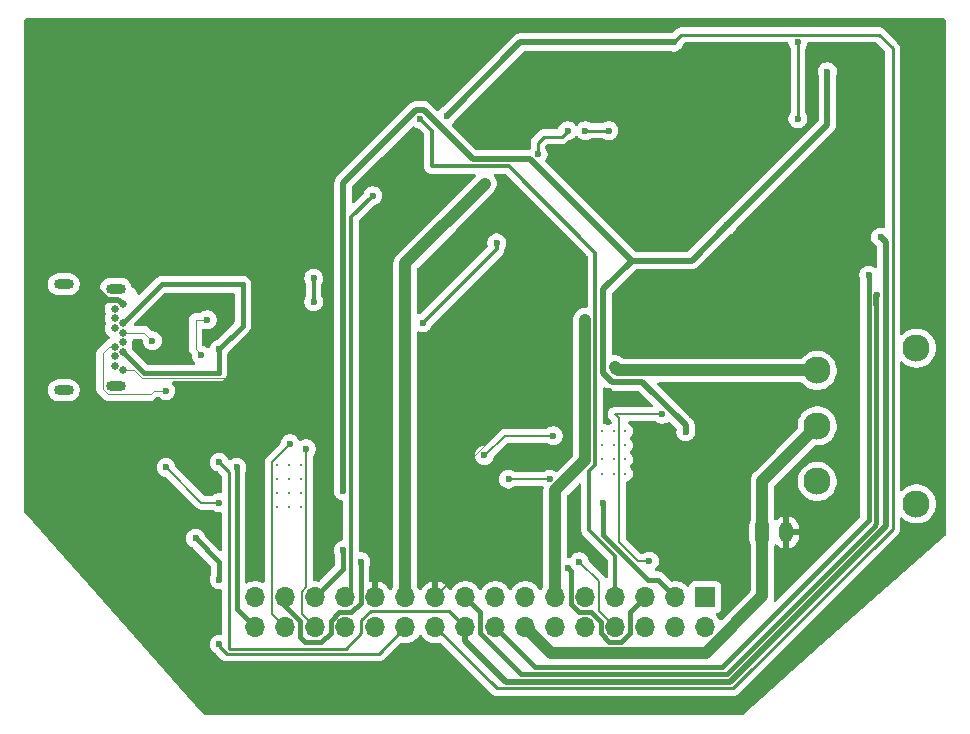
<source format=gbr>
%TF.GenerationSoftware,KiCad,Pcbnew,9.0.0*%
%TF.CreationDate,2025-03-28T01:21:01+02:00*%
%TF.ProjectId,MMPOwerBoardKiCAD9Version,4d4d504f-7765-4724-926f-6172644b6943,rev?*%
%TF.SameCoordinates,Original*%
%TF.FileFunction,Copper,L2,Bot*%
%TF.FilePolarity,Positive*%
%FSLAX46Y46*%
G04 Gerber Fmt 4.6, Leading zero omitted, Abs format (unit mm)*
G04 Created by KiCad (PCBNEW 9.0.0) date 2025-03-28 01:21:01*
%MOMM*%
%LPD*%
G01*
G04 APERTURE LIST*
G04 Aperture macros list*
%AMRoundRect*
0 Rectangle with rounded corners*
0 $1 Rounding radius*
0 $2 $3 $4 $5 $6 $7 $8 $9 X,Y pos of 4 corners*
0 Add a 4 corners polygon primitive as box body*
4,1,4,$2,$3,$4,$5,$6,$7,$8,$9,$2,$3,0*
0 Add four circle primitives for the rounded corners*
1,1,$1+$1,$2,$3*
1,1,$1+$1,$4,$5*
1,1,$1+$1,$6,$7*
1,1,$1+$1,$8,$9*
0 Add four rect primitives between the rounded corners*
20,1,$1+$1,$2,$3,$4,$5,0*
20,1,$1+$1,$4,$5,$6,$7,0*
20,1,$1+$1,$6,$7,$8,$9,0*
20,1,$1+$1,$8,$9,$2,$3,0*%
G04 Aperture macros list end*
%TA.AperFunction,ComponentPad*%
%ADD10C,0.640000*%
%TD*%
%TA.AperFunction,ComponentPad*%
%ADD11O,1.700000X0.850000*%
%TD*%
%TA.AperFunction,ComponentPad*%
%ADD12C,2.300000*%
%TD*%
%TA.AperFunction,ComponentPad*%
%ADD13RoundRect,0.250000X-0.350000X-0.625000X0.350000X-0.625000X0.350000X0.625000X-0.350000X0.625000X0*%
%TD*%
%TA.AperFunction,ComponentPad*%
%ADD14O,1.200000X1.750000*%
%TD*%
%TA.AperFunction,ComponentPad*%
%ADD15R,1.700000X1.700000*%
%TD*%
%TA.AperFunction,ComponentPad*%
%ADD16O,1.700000X1.700000*%
%TD*%
%TA.AperFunction,ComponentPad*%
%ADD17C,0.300000*%
%TD*%
%TA.AperFunction,ViaPad*%
%ADD18C,0.600000*%
%TD*%
%TA.AperFunction,Conductor*%
%ADD19C,0.200000*%
%TD*%
%TA.AperFunction,Conductor*%
%ADD20C,0.100000*%
%TD*%
%TA.AperFunction,Conductor*%
%ADD21C,0.250000*%
%TD*%
%TA.AperFunction,Conductor*%
%ADD22C,0.400000*%
%TD*%
%TA.AperFunction,Conductor*%
%ADD23C,0.500000*%
%TD*%
%TA.AperFunction,Conductor*%
%ADD24C,1.000000*%
%TD*%
%TA.AperFunction,Conductor*%
%ADD25C,0.300000*%
%TD*%
G04 APERTURE END LIST*
D10*
%TO.P,J1,B1,GND_B*%
%TO.N,GND*%
X173342500Y-79300000D03*
%TO.P,J1,B2,SSTXP2*%
%TO.N,unconnected-(J1-SSTXP2-PadB2)*%
X172642500Y-78900000D03*
%TO.P,J1,B3,SSTXN2*%
%TO.N,unconnected-(J1-SSTXN2-PadB3)*%
X172642500Y-78100000D03*
%TO.P,J1,B4,VBUS_B*%
%TO.N,Net-(JP1-B)*%
X173342500Y-77700000D03*
%TO.P,J1,B5,CC2*%
%TO.N,Net-(J1-CC2)*%
X172642500Y-77300000D03*
%TO.P,J1,B6,DP2*%
%TO.N,Net-(J1-DP1)*%
X173342500Y-76900000D03*
%TO.P,J1,B7,DN2*%
%TO.N,Net-(J1-DN1)*%
X173342500Y-76100000D03*
%TO.P,J1,B8,SUB2*%
%TO.N,unconnected-(J1-SUB2-PadB8)*%
X172642500Y-75700000D03*
%TO.P,J1,B9,VBUS_B*%
%TO.N,Net-(JP1-B)*%
X173342500Y-75300000D03*
%TO.P,J1,B10,SSRXN1*%
%TO.N,unconnected-(J1-SSRXN1-PadB10)*%
X172642500Y-74900000D03*
%TO.P,J1,B11,SSRXP1*%
%TO.N,unconnected-(J1-SSRXP1-PadB11)*%
X172642500Y-74100000D03*
%TO.P,J1,B12,GND_B*%
%TO.N,GND*%
X173342500Y-73700000D03*
D11*
%TO.P,J1,S5,SHIELD*%
%TO.N,Net-(C15-Pad1)*%
X172752500Y-72380000D03*
%TO.P,J1,S6,SHIELD*%
X172752500Y-80620000D03*
%TO.P,J1,S7,SHIELD*%
X168352500Y-72010000D03*
%TO.P,J1,S8,SHIELD*%
X168352500Y-80980000D03*
%TD*%
D12*
%TO.P,SW1,1,1*%
%TO.N,/ChargingCircuit*%
X232136500Y-79300000D03*
%TO.P,SW1,2,2*%
%TO.N,/Battery*%
X232136500Y-84000000D03*
%TO.P,SW1,3,3*%
%TO.N,/FromBattery*%
X232136500Y-88700000D03*
%TO.P,SW1,4,4*%
%TO.N,unconnected-(SW1-Pad4)*%
X240536500Y-90600000D03*
%TO.P,SW1,5,5*%
%TO.N,unconnected-(SW1-Pad5)*%
X240536500Y-77400000D03*
%TD*%
D13*
%TO.P,J3,1,Pin_1*%
%TO.N,/Battery*%
X227500000Y-93000000D03*
D14*
%TO.P,J3,2,Pin_2*%
%TO.N,GND*%
X229500000Y-93000000D03*
%TD*%
D15*
%TO.P,J2,1,Pin_1*%
%TO.N,/Motor2_B_OUT*%
X222660000Y-98500000D03*
D16*
%TO.P,J2,2,Pin_2*%
%TO.N,/Motor2_A_OUT*%
X222660000Y-101040000D03*
%TO.P,J2,3,Pin_3*%
%TO.N,/Motor4_A_OUT*%
X220120000Y-98500000D03*
%TO.P,J2,4,Pin_4*%
%TO.N,/MOTOR2_CTRL1*%
X220120000Y-101040000D03*
%TO.P,J2,5,Pin_5*%
%TO.N,/Motor4_B_OUT*%
X217580000Y-98500000D03*
%TO.P,J2,6,Pin_6*%
%TO.N,/MOTOR2_CTRL2*%
X217580000Y-101040000D03*
%TO.P,J2,7,Pin_7*%
%TO.N,/EXT_LOAD2_CTRL*%
X215040000Y-98500000D03*
%TO.P,J2,8,Pin_8*%
%TO.N,/MOTOR4_CTRL1*%
X215040000Y-101040000D03*
%TO.P,J2,9,Pin_9*%
%TO.N,unconnected-(J2-Pin_9-Pad9)*%
X212500000Y-98500000D03*
%TO.P,J2,10,Pin_10*%
%TO.N,/MOTOR4_CTRL2*%
X212500000Y-101040000D03*
%TO.P,J2,11,Pin_11*%
%TO.N,/EXT_LOAD2_OUT*%
X209960000Y-98500000D03*
%TO.P,J2,12,Pin_12*%
%TO.N,unconnected-(J2-Pin_12-Pad12)*%
X209960000Y-101040000D03*
%TO.P,J2,13,Pin_13*%
%TO.N,/FAST_CHARGE_CTRL*%
X207420000Y-98500000D03*
%TO.P,J2,14,Pin_14*%
%TO.N,/Battery*%
X207420000Y-101040000D03*
%TO.P,J2,15,Pin_15*%
%TO.N,unconnected-(J2-Pin_15-Pad15)*%
X204880000Y-98500000D03*
%TO.P,J2,16,Pin_16*%
%TO.N,/I2C1_SCL*%
X204880000Y-101040000D03*
%TO.P,J2,17,Pin_17*%
%TO.N,/I2C1_SDA*%
X202340000Y-98500000D03*
%TO.P,J2,18,Pin_18*%
%TO.N,/3V3*%
X202340000Y-101040000D03*
%TO.P,J2,19,Pin_19*%
%TO.N,GND*%
X199800000Y-98500000D03*
%TO.P,J2,20,Pin_20*%
%TO.N,/5V*%
X199800000Y-101040000D03*
%TO.P,J2,21,Pin_21*%
%TO.N,/EXT_LOAD1_OUT*%
X197260000Y-98500000D03*
%TO.P,J2,22,Pin_22*%
%TO.N,/9V*%
X197260000Y-101040000D03*
%TO.P,J2,23,Pin_23*%
%TO.N,GND*%
X194720000Y-98500000D03*
%TO.P,J2,24,Pin_24*%
%TO.N,/MOTOR3_CTRL1*%
X194720000Y-101040000D03*
%TO.P,J2,25,Pin_25*%
%TO.N,/EXT_LOAD1_CTRL*%
X192180000Y-98500000D03*
%TO.P,J2,26,Pin_26*%
%TO.N,/MOTOR3_CTRL2*%
X192180000Y-101040000D03*
%TO.P,J2,27,Pin_27*%
%TO.N,/Motor3_A_OUT*%
X189640000Y-98500000D03*
%TO.P,J2,28,Pin_28*%
%TO.N,/MOTOR1_CTRL1*%
X189640000Y-101040000D03*
%TO.P,J2,29,Pin_29*%
%TO.N,/Motor3_B_OUT*%
X187100000Y-98500000D03*
%TO.P,J2,30,Pin_30*%
%TO.N,/MOTOR1_CTRL2*%
X187100000Y-101040000D03*
%TO.P,J2,31,Pin_31*%
%TO.N,/Motor1_B_OUT*%
X184560000Y-98500000D03*
%TO.P,J2,32,Pin_32*%
%TO.N,/Motor1_A_OUT*%
X184560000Y-101040000D03*
%TD*%
D17*
%TO.P,U9,18*%
%TO.N,N/C*%
X213900000Y-84425000D03*
%TO.P,U9,19*%
X214900000Y-84425000D03*
%TO.P,U9,20*%
X215900000Y-84425000D03*
%TO.P,U9,21*%
X213900000Y-85625000D03*
%TO.P,U9,22*%
X214900000Y-85625000D03*
%TO.P,U9,23*%
X215900000Y-85625000D03*
%TO.P,U9,24*%
X213900000Y-86825000D03*
%TO.P,U9,25*%
X214900000Y-86825000D03*
%TO.P,U9,26*%
X215900000Y-86825000D03*
%TO.P,U9,27*%
X213900000Y-88025000D03*
%TO.P,U9,28*%
X214900000Y-88025000D03*
%TO.P,U9,29*%
X215900000Y-88025000D03*
%TD*%
%TO.P,U3,18*%
%TO.N,N/C*%
X186400000Y-87300000D03*
%TO.P,U3,19*%
X187400000Y-87300000D03*
%TO.P,U3,20*%
X188400000Y-87300000D03*
%TO.P,U3,21*%
X186400000Y-88500000D03*
%TO.P,U3,22*%
X187400000Y-88500000D03*
%TO.P,U3,23*%
X188400000Y-88500000D03*
%TO.P,U3,24*%
X186400000Y-89700000D03*
%TO.P,U3,25*%
X187400000Y-89700000D03*
%TO.P,U3,26*%
X188400000Y-89700000D03*
%TO.P,U3,27*%
X186400000Y-90900000D03*
%TO.P,U3,28*%
X187400000Y-90900000D03*
%TO.P,U3,29*%
X188400000Y-90900000D03*
%TD*%
D18*
%TO.N,GND*%
X189527234Y-67027234D03*
X230000000Y-64500000D03*
X183500000Y-52000000D03*
X183000000Y-54500000D03*
X212000000Y-93500000D03*
X205000000Y-94000000D03*
X214500000Y-81000000D03*
X216500000Y-82000000D03*
X237500000Y-53500000D03*
X236000000Y-61000000D03*
X236000000Y-57500000D03*
X210000000Y-82500000D03*
X224500000Y-78000000D03*
X224500000Y-81000000D03*
X226470000Y-71410000D03*
X221500000Y-83050000D03*
X179000000Y-73040000D03*
X178000000Y-76500000D03*
X196000000Y-84000000D03*
X194000000Y-84000000D03*
X183000000Y-79000000D03*
X172000000Y-69000000D03*
%TO.N,/LoadCircuit*%
X221000000Y-84500000D03*
X192000000Y-89500000D03*
%TO.N,/ChargingCircuit*%
X215000000Y-79000000D03*
%TO.N,/EXT_LOAD2_CTRL*%
X198500000Y-58000000D03*
%TO.N,/FAST_CHARGE_CTRL*%
X189500000Y-71500000D03*
X189500000Y-73500000D03*
%TO.N,/EXT_LOAD1_CTRL*%
X194500000Y-64500000D03*
%TO.N,/EXT_LOAD1_OUT*%
X204000000Y-63500000D03*
%TO.N,/EXT_LOAD2_OUT*%
X212500000Y-75000000D03*
%TO.N,/9V*%
X181500000Y-102500000D03*
%TO.N,/3V3*%
X181500000Y-87062075D03*
X237500000Y-68000000D03*
%TO.N,/LoadCircuit*%
X233000000Y-54000000D03*
X224500000Y-67000000D03*
%TO.N,/I2C1_SDA*%
X237200000Y-72876000D03*
%TO.N,/I2C1_SCL*%
X236500000Y-71230000D03*
%TO.N,Net-(U2-CE)*%
X198750000Y-75250000D03*
X205000000Y-68500000D03*
%TO.N,Net-(U4-PG)*%
X230500000Y-51500000D03*
X230500000Y-58000000D03*
%TO.N,Net-(J1-CC1)*%
X180000000Y-78000000D03*
X180500000Y-75000000D03*
%TO.N,Net-(J1-CC2)*%
X177000000Y-81000000D03*
%TO.N,Net-(J1-DN1)*%
X175850000Y-76774000D03*
%TO.N,Net-(JP1-B)*%
X181500000Y-77500000D03*
%TO.N,/5V*%
X200750000Y-57750000D03*
X220000000Y-51500000D03*
%TO.N,GNDA*%
X208500000Y-61000000D03*
X211000000Y-59000000D03*
%TO.N,Net-(U6-FB)*%
X214500000Y-59000000D03*
X212500000Y-59000000D03*
%TO.N,Net-(U9-AISEN)*%
X203958125Y-86493916D03*
X209794404Y-84830728D03*
%TO.N,Net-(U9-BISEN)*%
X206000000Y-88500000D03*
X209500000Y-88500000D03*
%TO.N,/Motor4_A_OUT*%
X214000000Y-90500000D03*
%TO.N,/Motor4_B_OUT*%
X211000000Y-96000000D03*
%TO.N,/Motor3_B_OUT*%
X193500000Y-95500000D03*
%TO.N,/Motor3_A_OUT*%
X192000000Y-94500000D03*
%TO.N,/MOTOR4_CTRL1*%
X212000000Y-95500000D03*
%TO.N,/MOTOR3_CTRL2*%
X219000000Y-83000000D03*
%TO.N,Net-(JP5-A)*%
X177000000Y-87500000D03*
X181500000Y-90500000D03*
%TO.N,/Motor2_B_OUT*%
X181500000Y-97000000D03*
X179500000Y-93500000D03*
%TO.N,/Motor1_A_OUT*%
X183000000Y-87500000D03*
%TO.N,/MOTOR1_CTRL2*%
X187500000Y-85500000D03*
%TO.N,/MOTOR1_CTRL1*%
X188871478Y-85936718D03*
%TO.N,/MOTOR3_CTRL2*%
X217932855Y-95432855D03*
%TD*%
D19*
%TO.N,GND*%
X183500000Y-54000000D02*
X183500000Y-52000000D01*
X183000000Y-54500000D02*
X183500000Y-54000000D01*
X204300000Y-94000000D02*
X199800000Y-98500000D01*
X205000000Y-94000000D02*
X204300000Y-94000000D01*
X215500000Y-82000000D02*
X214500000Y-81000000D01*
X216500000Y-82000000D02*
X215500000Y-82000000D01*
D20*
X237500000Y-54000000D02*
X237500000Y-53500000D01*
X236000000Y-57500000D02*
X237500000Y-56000000D01*
X237500000Y-56000000D02*
X237500000Y-54000000D01*
X236000000Y-57500000D02*
X236000000Y-61000000D01*
D21*
%TO.N,/5V*%
X237374000Y-50874000D02*
X220626000Y-50874000D01*
X238527000Y-52027000D02*
X237374000Y-50874000D01*
X238527000Y-92708240D02*
X238527000Y-52027000D01*
X220626000Y-50874000D02*
X220000000Y-51500000D01*
X225008241Y-106227000D02*
X238527000Y-92708240D01*
X204987000Y-106227000D02*
X225008241Y-106227000D01*
X199800000Y-101040000D02*
X204987000Y-106227000D01*
D20*
%TO.N,GND*%
X206586405Y-83086405D02*
X209413595Y-83086405D01*
X209413595Y-83086405D02*
X210000000Y-82500000D01*
X199800000Y-89872809D02*
X206586405Y-83086405D01*
X199800000Y-98500000D02*
X199800000Y-89872809D01*
X224500000Y-73500000D02*
X226500000Y-71500000D01*
X224500000Y-78000000D02*
X224500000Y-73500000D01*
X222450000Y-83050000D02*
X224500000Y-81000000D01*
X221500000Y-83050000D02*
X222450000Y-83050000D01*
X178000000Y-74040000D02*
X178000000Y-76500000D01*
X179000000Y-73040000D02*
X178000000Y-74040000D01*
D22*
%TO.N,Net-(JP1-B)*%
X176642500Y-72000000D02*
X173342500Y-75300000D01*
X183500000Y-72000000D02*
X176642500Y-72000000D01*
X183500000Y-75500000D02*
X183500000Y-72000000D01*
X181500000Y-77500000D02*
X183500000Y-75500000D01*
D20*
%TO.N,GND*%
X194000000Y-84000000D02*
X196000000Y-84000000D01*
X182049000Y-79951000D02*
X183000000Y-79000000D01*
X174955690Y-79951000D02*
X182049000Y-79951000D01*
X174304690Y-79300000D02*
X174955690Y-79951000D01*
X173342500Y-79300000D02*
X174304690Y-79300000D01*
%TO.N,Net-(J1-CC2)*%
X172189952Y-77300000D02*
X172642500Y-77300000D01*
X171651500Y-77838452D02*
X172189952Y-77300000D01*
X175704000Y-81296000D02*
X172047492Y-81296000D01*
X172047492Y-81296000D02*
X171651500Y-80900008D01*
X176000000Y-81000000D02*
X175704000Y-81296000D01*
X177000000Y-81000000D02*
X176000000Y-81000000D01*
X171651500Y-80900008D02*
X171651500Y-77838452D01*
D23*
%TO.N,GND*%
X171000000Y-72291351D02*
X171000000Y-70000000D01*
X172037649Y-73329000D02*
X171000000Y-72291351D01*
X172971500Y-73329000D02*
X172037649Y-73329000D01*
X171000000Y-70000000D02*
X172000000Y-69000000D01*
X173342500Y-73700000D02*
X172971500Y-73329000D01*
%TO.N,/LoadCircuit*%
X217313075Y-80251000D02*
X221000000Y-83937925D01*
X214776799Y-80251000D02*
X217313075Y-80251000D01*
X214000000Y-79474201D02*
X214776799Y-80251000D01*
X221000000Y-83937925D02*
X221000000Y-84500000D01*
X214000000Y-72437925D02*
X214000000Y-79474201D01*
X216437925Y-70000000D02*
X214000000Y-72437925D01*
X221500000Y-70000000D02*
X224500000Y-67000000D01*
X216437925Y-70000000D02*
X221500000Y-70000000D01*
X207836925Y-61399000D02*
X216437925Y-70000000D01*
X202961075Y-61399000D02*
X207836925Y-61399000D01*
X198811075Y-57249000D02*
X202961075Y-61399000D01*
X192000000Y-63437925D02*
X198188925Y-57249000D01*
X198188925Y-57249000D02*
X198811075Y-57249000D01*
X192000000Y-89500000D02*
X192000000Y-63437925D01*
D24*
%TO.N,/EXT_LOAD2_OUT*%
X209960000Y-89455628D02*
X209960000Y-98500000D01*
X212500000Y-86915628D02*
X209960000Y-89455628D01*
X212500000Y-75000000D02*
X212500000Y-86915628D01*
%TO.N,/ChargingCircuit*%
X215096740Y-79158719D02*
X215063088Y-79192371D01*
X215096740Y-79125069D02*
X215096740Y-79158719D01*
X215096740Y-79096740D02*
X215096740Y-79125069D01*
X215000000Y-79000000D02*
X215096740Y-79096740D01*
X232136500Y-79300000D02*
X215300000Y-79300000D01*
X215300000Y-79300000D02*
X215000000Y-79000000D01*
D25*
%TO.N,/EXT_LOAD2_CTRL*%
X199500000Y-59000000D02*
X198500000Y-58000000D01*
X199500000Y-62000000D02*
X199500000Y-59000000D01*
X206000000Y-62000000D02*
X199500000Y-62000000D01*
X213351000Y-69351000D02*
X206000000Y-62000000D01*
X212809562Y-87809562D02*
X213351000Y-87268124D01*
X213351000Y-87268124D02*
X213351000Y-69351000D01*
X215040000Y-95027752D02*
X212809562Y-92797314D01*
X212809562Y-92797314D02*
X212809562Y-87809562D01*
X215040000Y-98500000D02*
X215040000Y-95027752D01*
%TO.N,/FAST_CHARGE_CTRL*%
X189500000Y-73500000D02*
X189500000Y-71500000D01*
%TO.N,/EXT_LOAD1_CTRL*%
X192651000Y-66349000D02*
X194500000Y-64500000D01*
X192651000Y-98029000D02*
X192651000Y-66349000D01*
X192180000Y-98500000D02*
X192651000Y-98029000D01*
D24*
%TO.N,/EXT_LOAD1_OUT*%
X197260000Y-70240000D02*
X197260000Y-98500000D01*
X204000000Y-63500000D02*
X197260000Y-70240000D01*
D21*
%TO.N,/9V*%
X182162190Y-103300000D02*
X195000000Y-103300000D01*
X195000000Y-103300000D02*
X197260000Y-101040000D01*
X181500000Y-102637810D02*
X182162190Y-103300000D01*
X181500000Y-102500000D02*
X181500000Y-102637810D01*
%TO.N,/3V3*%
X200976000Y-99676000D02*
X202340000Y-101040000D01*
X193544000Y-100456000D02*
X194324000Y-99676000D01*
X193544000Y-101527116D02*
X193544000Y-100456000D01*
X182349000Y-102849000D02*
X192222116Y-102849000D01*
X181500000Y-87062075D02*
X182349000Y-87911075D01*
X182349000Y-87911075D02*
X182349000Y-102849000D01*
X192222116Y-102849000D02*
X193544000Y-101527116D01*
X194324000Y-99676000D02*
X200976000Y-99676000D01*
D23*
X237951000Y-92469653D02*
X224769653Y-105651000D01*
X224769653Y-105651000D02*
X205748919Y-105651000D01*
X205748919Y-105651000D02*
X202340000Y-102242081D01*
X237951000Y-68451000D02*
X237951000Y-92469653D01*
X237500000Y-68000000D02*
X237951000Y-68451000D01*
X202340000Y-102242081D02*
X202340000Y-101040000D01*
%TO.N,/I2C1_SDA*%
X237151000Y-72925000D02*
X237151000Y-73775000D01*
X237200000Y-72876000D02*
X237151000Y-72925000D01*
D22*
X203591000Y-99751000D02*
X202340000Y-98500000D01*
X203591000Y-101520182D02*
X203591000Y-99751000D01*
X224500000Y-105000000D02*
X207070818Y-105000000D01*
X237000000Y-92349942D02*
X237000000Y-92500000D01*
X207070818Y-105000000D02*
X203591000Y-101520182D01*
X237101000Y-73775000D02*
X237101000Y-92248942D01*
X237000000Y-92500000D02*
X224500000Y-105000000D01*
X237101000Y-92248942D02*
X237000000Y-92349942D01*
D23*
%TO.N,/LoadCircuit*%
X233000000Y-58500000D02*
X233000000Y-54000000D01*
X224500000Y-67000000D02*
X233000000Y-58500000D01*
D24*
%TO.N,/Battery*%
X227500000Y-88636500D02*
X232136500Y-84000000D01*
X227500000Y-93000000D02*
X227500000Y-88636500D01*
X227500000Y-98393446D02*
X227500000Y-93000000D01*
X222701447Y-103191999D02*
X227500000Y-98393446D01*
X209571999Y-103191999D02*
X222701447Y-103191999D01*
X207420000Y-101040000D02*
X209571999Y-103191999D01*
D22*
%TO.N,/I2C1_SCL*%
X208239000Y-104399000D02*
X204880000Y-101040000D01*
X224101000Y-104399000D02*
X208239000Y-104399000D01*
X236500000Y-71230000D02*
X236500000Y-92000000D01*
X236500000Y-92000000D02*
X224101000Y-104399000D01*
D25*
%TO.N,Net-(U2-CE)*%
X205000000Y-69000000D02*
X198750000Y-75250000D01*
X205000000Y-68500000D02*
X205000000Y-69000000D01*
D21*
%TO.N,Net-(U4-PG)*%
X230500000Y-58000000D02*
X230500000Y-51500000D01*
D20*
%TO.N,Net-(J1-CC1)*%
X180500000Y-75000000D02*
X179500000Y-75000000D01*
X179500000Y-75000000D02*
X179500000Y-77500000D01*
X179500000Y-77500000D02*
X180000000Y-78000000D01*
D22*
%TO.N,Net-(JP1-B)*%
X181500000Y-79500000D02*
X181500000Y-77500000D01*
X173342500Y-77700000D02*
X175142500Y-79500000D01*
X175142500Y-79500000D02*
X181500000Y-79500000D01*
D20*
%TO.N,Net-(J1-DN1)*%
X175176000Y-76100000D02*
X173342500Y-76100000D01*
X175850000Y-76774000D02*
X175176000Y-76100000D01*
D23*
%TO.N,/5V*%
X207000000Y-51500000D02*
X200750000Y-57750000D01*
X220000000Y-51500000D02*
X207000000Y-51500000D01*
D21*
%TO.N,GNDA*%
X208500000Y-60000000D02*
X208500000Y-61000000D01*
X209000000Y-59500000D02*
X208500000Y-60000000D01*
X210500000Y-59500000D02*
X209000000Y-59500000D01*
X211000000Y-59000000D02*
X210500000Y-59500000D01*
%TO.N,Net-(U6-FB)*%
X212500000Y-59000000D02*
X214500000Y-59000000D01*
D19*
%TO.N,Net-(U9-AISEN)*%
X205669272Y-84830728D02*
X204000000Y-86500000D01*
X209794404Y-84830728D02*
X205669272Y-84830728D01*
%TO.N,Net-(U9-BISEN)*%
X209500000Y-88500000D02*
X206000000Y-88500000D01*
D22*
%TO.N,/Motor4_A_OUT*%
X218620000Y-97000000D02*
X220120000Y-98500000D01*
X217791480Y-97000000D02*
X218620000Y-97000000D01*
X214000000Y-93208520D02*
X217791480Y-97000000D01*
X214000000Y-90500000D02*
X214000000Y-93208520D01*
%TO.N,/Motor4_B_OUT*%
X216291000Y-99789000D02*
X217580000Y-98500000D01*
X216291000Y-101558182D02*
X216291000Y-99789000D01*
X215558182Y-102291000D02*
X216291000Y-101558182D01*
X214521818Y-102291000D02*
X215558182Y-102291000D01*
X213789000Y-101558182D02*
X214521818Y-102291000D01*
X213018182Y-99789000D02*
X213789000Y-100559818D01*
X211981818Y-99789000D02*
X213018182Y-99789000D01*
X211249000Y-99056182D02*
X211981818Y-99789000D01*
X211249000Y-96249000D02*
X211249000Y-99056182D01*
X213789000Y-100559818D02*
X213789000Y-101558182D01*
X211000000Y-96000000D02*
X211249000Y-96249000D01*
%TO.N,/Motor3_B_OUT*%
X187100000Y-99270818D02*
X187100000Y-98500000D01*
X188351000Y-101851000D02*
X188351000Y-100521818D01*
X190158182Y-102291000D02*
X188791000Y-102291000D01*
X190929000Y-101520182D02*
X190158182Y-102291000D01*
X188351000Y-100521818D02*
X187100000Y-99270818D01*
X190929000Y-100483818D02*
X190929000Y-101520182D01*
X192698182Y-99789000D02*
X191623818Y-99789000D01*
X188791000Y-102291000D02*
X188351000Y-101851000D01*
X193469000Y-99018182D02*
X192698182Y-99789000D01*
X191623818Y-99789000D02*
X190929000Y-100483818D01*
X193469000Y-95531000D02*
X193469000Y-99018182D01*
X193500000Y-95500000D02*
X193469000Y-95531000D01*
%TO.N,/Motor3_A_OUT*%
X192000000Y-96140000D02*
X189640000Y-98500000D01*
X192000000Y-94500000D02*
X192000000Y-96140000D01*
D19*
%TO.N,/MOTOR3_CTRL2*%
X215000000Y-83000000D02*
X219000000Y-83000000D01*
X215351000Y-83351000D02*
X215000000Y-83000000D01*
X215351000Y-93851000D02*
X215351000Y-83351000D01*
X216932855Y-95432855D02*
X215351000Y-93851000D01*
X217932855Y-95432855D02*
X216932855Y-95432855D01*
%TO.N,/MOTOR4_CTRL1*%
X213651000Y-99651000D02*
X215040000Y-101040000D01*
X212000000Y-95500000D02*
X213651000Y-97151000D01*
X213651000Y-97151000D02*
X213651000Y-99651000D01*
%TO.N,Net-(JP5-A)*%
X180000000Y-90500000D02*
X177000000Y-87500000D01*
X180500000Y-90500000D02*
X180000000Y-90500000D01*
X181500000Y-90500000D02*
X180500000Y-90500000D01*
D22*
%TO.N,/Motor2_B_OUT*%
X181500000Y-95500000D02*
X181500000Y-97000000D01*
X179500000Y-93500000D02*
X181500000Y-95500000D01*
%TO.N,/Motor1_A_OUT*%
X183000000Y-99480000D02*
X184560000Y-101040000D01*
X183000000Y-87500000D02*
X183000000Y-99480000D01*
D19*
%TO.N,/MOTOR1_CTRL2*%
X185949000Y-99889000D02*
X187100000Y-101040000D01*
X185949000Y-87051000D02*
X185949000Y-99889000D01*
X187500000Y-85500000D02*
X185949000Y-87051000D01*
%TO.N,/MOTOR1_CTRL1*%
X188489000Y-98023240D02*
X188489000Y-99889000D01*
X188871478Y-97640762D02*
X188489000Y-98023240D01*
X188489000Y-99889000D02*
X189640000Y-101040000D01*
X188871478Y-85936718D02*
X188871478Y-97640762D01*
%TD*%
%TA.AperFunction,Conductor*%
%TO.N,GND*%
G36*
X229612415Y-51508444D02*
G01*
X229643314Y-51515746D01*
X229645699Y-51518217D01*
X229648993Y-51519185D01*
X229669774Y-51543167D01*
X229691830Y-51566025D01*
X229693374Y-51570404D01*
X229694748Y-51571989D01*
X229703571Y-51599309D01*
X229730261Y-51733489D01*
X229730264Y-51733501D01*
X229790602Y-51879172D01*
X229790609Y-51879184D01*
X229853602Y-51973459D01*
X229874480Y-52040136D01*
X229874500Y-52042350D01*
X229874500Y-57457650D01*
X229854815Y-57524689D01*
X229853602Y-57526541D01*
X229790609Y-57620815D01*
X229790602Y-57620828D01*
X229730264Y-57766498D01*
X229730261Y-57766510D01*
X229699500Y-57921153D01*
X229699500Y-58078846D01*
X229730261Y-58233489D01*
X229730264Y-58233501D01*
X229790602Y-58379172D01*
X229790609Y-58379185D01*
X229878210Y-58510288D01*
X229878213Y-58510292D01*
X229989707Y-58621786D01*
X229989711Y-58621789D01*
X230120814Y-58709390D01*
X230120827Y-58709397D01*
X230258693Y-58766502D01*
X230266503Y-58769737D01*
X230370468Y-58790417D01*
X230421153Y-58800499D01*
X230421156Y-58800500D01*
X230421158Y-58800500D01*
X230578844Y-58800500D01*
X230578845Y-58800499D01*
X230733497Y-58769737D01*
X230879179Y-58709394D01*
X231010289Y-58621789D01*
X231121789Y-58510289D01*
X231209394Y-58379179D01*
X231269737Y-58233497D01*
X231300500Y-58078842D01*
X231300500Y-57921158D01*
X231300500Y-57921155D01*
X231300499Y-57921153D01*
X231269738Y-57766510D01*
X231269737Y-57766503D01*
X231209394Y-57620821D01*
X231146397Y-57526539D01*
X231125520Y-57459863D01*
X231125500Y-57457650D01*
X231125500Y-52042350D01*
X231145185Y-51975311D01*
X231146398Y-51973459D01*
X231151787Y-51965394D01*
X231209394Y-51879179D01*
X231269737Y-51733497D01*
X231296429Y-51599309D01*
X231328814Y-51537398D01*
X231389529Y-51502824D01*
X231418046Y-51499500D01*
X237063548Y-51499500D01*
X237130587Y-51519185D01*
X237151229Y-51535819D01*
X237865181Y-52249771D01*
X237898666Y-52311094D01*
X237901500Y-52337452D01*
X237901500Y-67114273D01*
X237881815Y-67181312D01*
X237829011Y-67227067D01*
X237759853Y-67237011D01*
X237739506Y-67231429D01*
X237739324Y-67232031D01*
X237733500Y-67230264D01*
X237733497Y-67230263D01*
X237733492Y-67230262D01*
X237733489Y-67230261D01*
X237578845Y-67199500D01*
X237578842Y-67199500D01*
X237421158Y-67199500D01*
X237421155Y-67199500D01*
X237266510Y-67230261D01*
X237266498Y-67230264D01*
X237120827Y-67290602D01*
X237120814Y-67290609D01*
X236989711Y-67378210D01*
X236989707Y-67378213D01*
X236878213Y-67489707D01*
X236878210Y-67489711D01*
X236790609Y-67620814D01*
X236790602Y-67620827D01*
X236730264Y-67766498D01*
X236730261Y-67766510D01*
X236699500Y-67921153D01*
X236699500Y-68078846D01*
X236730261Y-68233489D01*
X236730264Y-68233501D01*
X236790602Y-68379172D01*
X236790609Y-68379185D01*
X236878210Y-68510288D01*
X236878213Y-68510292D01*
X236989710Y-68621789D01*
X237120820Y-68709393D01*
X237120823Y-68709395D01*
X237123945Y-68710688D01*
X237125330Y-68711804D01*
X237126196Y-68712267D01*
X237126108Y-68712431D01*
X237178351Y-68754525D01*
X237200421Y-68820818D01*
X237200500Y-68825252D01*
X237200500Y-70503317D01*
X237180815Y-70570356D01*
X237128011Y-70616111D01*
X237058853Y-70626055D01*
X237007610Y-70606419D01*
X236879190Y-70520612D01*
X236879172Y-70520602D01*
X236733501Y-70460264D01*
X236733489Y-70460261D01*
X236578845Y-70429500D01*
X236578842Y-70429500D01*
X236421158Y-70429500D01*
X236421155Y-70429500D01*
X236266510Y-70460261D01*
X236266498Y-70460264D01*
X236120827Y-70520602D01*
X236120814Y-70520609D01*
X235989711Y-70608210D01*
X235989707Y-70608213D01*
X235878213Y-70719707D01*
X235878210Y-70719711D01*
X235790609Y-70850814D01*
X235790602Y-70850827D01*
X235730264Y-70996498D01*
X235730261Y-70996510D01*
X235699500Y-71151153D01*
X235699500Y-71308846D01*
X235730261Y-71463489D01*
X235730264Y-71463501D01*
X235790061Y-71607864D01*
X235799500Y-71655316D01*
X235799500Y-91658481D01*
X235779815Y-91725520D01*
X235763181Y-91746162D01*
X228646873Y-98862469D01*
X228585550Y-98895954D01*
X228515858Y-98890970D01*
X228459925Y-98849098D01*
X228435508Y-98783634D01*
X228438951Y-98744487D01*
X228441162Y-98735712D01*
X228454162Y-98704328D01*
X228462051Y-98685282D01*
X228492088Y-98534276D01*
X228500500Y-98491987D01*
X228500500Y-94130497D01*
X228520185Y-94063458D01*
X228572989Y-94017703D01*
X228642147Y-94007759D01*
X228705703Y-94036784D01*
X228712181Y-94042816D01*
X228783397Y-94114032D01*
X228923475Y-94215804D01*
X229077744Y-94294408D01*
X229242415Y-94347914D01*
X229242414Y-94347914D01*
X229249999Y-94349115D01*
X229250000Y-94349114D01*
X229250000Y-93280330D01*
X229269745Y-93300075D01*
X229355255Y-93349444D01*
X229450630Y-93375000D01*
X229549370Y-93375000D01*
X229644745Y-93349444D01*
X229730255Y-93300075D01*
X229750000Y-93280330D01*
X229750000Y-94349115D01*
X229757584Y-94347914D01*
X229922255Y-94294408D01*
X230076524Y-94215804D01*
X230216602Y-94114032D01*
X230339032Y-93991602D01*
X230440804Y-93851524D01*
X230519408Y-93697257D01*
X230572914Y-93532584D01*
X230600000Y-93361571D01*
X230600000Y-93250000D01*
X229780330Y-93250000D01*
X229800075Y-93230255D01*
X229849444Y-93144745D01*
X229875000Y-93049370D01*
X229875000Y-92950630D01*
X229849444Y-92855255D01*
X229800075Y-92769745D01*
X229780330Y-92750000D01*
X230600000Y-92750000D01*
X230600000Y-92638428D01*
X230572914Y-92467415D01*
X230519408Y-92302742D01*
X230440804Y-92148475D01*
X230339032Y-92008397D01*
X230216602Y-91885967D01*
X230076524Y-91784195D01*
X229922257Y-91705591D01*
X229757589Y-91652087D01*
X229757581Y-91652085D01*
X229750000Y-91650884D01*
X229750000Y-92719670D01*
X229730255Y-92699925D01*
X229644745Y-92650556D01*
X229549370Y-92625000D01*
X229450630Y-92625000D01*
X229355255Y-92650556D01*
X229269745Y-92699925D01*
X229250000Y-92719670D01*
X229250000Y-91650884D01*
X229249999Y-91650884D01*
X229242418Y-91652085D01*
X229242410Y-91652087D01*
X229077742Y-91705591D01*
X228923475Y-91784195D01*
X228783397Y-91885967D01*
X228712181Y-91957184D01*
X228650858Y-91990669D01*
X228581166Y-91985685D01*
X228525233Y-91943813D01*
X228500816Y-91878349D01*
X228500500Y-91869503D01*
X228500500Y-89102281D01*
X228520185Y-89035242D01*
X228536814Y-89014605D01*
X228981322Y-88570097D01*
X230486000Y-88570097D01*
X230486000Y-88829902D01*
X230526640Y-89086493D01*
X230606922Y-89333576D01*
X230724868Y-89565054D01*
X230843454Y-89728274D01*
X230877569Y-89775229D01*
X231061271Y-89958931D01*
X231271449Y-90111634D01*
X231418945Y-90186787D01*
X231502923Y-90229577D01*
X231502925Y-90229577D01*
X231502928Y-90229579D01*
X231750007Y-90309860D01*
X231882206Y-90330797D01*
X232006598Y-90350500D01*
X232006603Y-90350500D01*
X232266402Y-90350500D01*
X232379798Y-90332539D01*
X232522993Y-90309860D01*
X232770072Y-90229579D01*
X233001551Y-90111634D01*
X233211729Y-89958931D01*
X233395431Y-89775229D01*
X233548134Y-89565051D01*
X233666079Y-89333572D01*
X233746360Y-89086493D01*
X233772738Y-88919945D01*
X233787000Y-88829902D01*
X233787000Y-88570097D01*
X233763409Y-88421153D01*
X233746360Y-88313507D01*
X233666079Y-88066428D01*
X233666077Y-88066425D01*
X233666077Y-88066423D01*
X233598763Y-87934314D01*
X233548134Y-87834949D01*
X233395431Y-87624771D01*
X233211729Y-87441069D01*
X233065165Y-87334584D01*
X233001554Y-87288368D01*
X233001553Y-87288367D01*
X233001551Y-87288366D01*
X232905984Y-87239672D01*
X232770076Y-87170422D01*
X232522993Y-87090140D01*
X232266402Y-87049500D01*
X232266397Y-87049500D01*
X232006603Y-87049500D01*
X232006598Y-87049500D01*
X231750006Y-87090140D01*
X231502923Y-87170422D01*
X231271445Y-87288368D01*
X231061274Y-87441066D01*
X231061268Y-87441071D01*
X230877571Y-87624768D01*
X230877566Y-87624774D01*
X230724868Y-87834945D01*
X230606922Y-88066423D01*
X230526640Y-88313506D01*
X230486000Y-88570097D01*
X228981322Y-88570097D01*
X231870694Y-85680724D01*
X231932015Y-85647241D01*
X231977772Y-85645934D01*
X232006599Y-85650500D01*
X232006603Y-85650500D01*
X232266402Y-85650500D01*
X232388084Y-85631227D01*
X232522993Y-85609860D01*
X232770072Y-85529579D01*
X233001551Y-85411634D01*
X233211729Y-85258931D01*
X233395431Y-85075229D01*
X233548134Y-84865051D01*
X233666079Y-84633572D01*
X233746360Y-84386493D01*
X233770313Y-84235255D01*
X233787000Y-84129902D01*
X233787000Y-83870097D01*
X233761547Y-83709394D01*
X233746360Y-83613507D01*
X233666079Y-83366428D01*
X233666077Y-83366425D01*
X233666077Y-83366423D01*
X233618393Y-83272840D01*
X233548134Y-83134949D01*
X233395431Y-82924771D01*
X233211729Y-82741069D01*
X233001551Y-82588366D01*
X232929264Y-82551534D01*
X232770076Y-82470422D01*
X232522993Y-82390140D01*
X232266402Y-82349500D01*
X232266397Y-82349500D01*
X232006603Y-82349500D01*
X232006598Y-82349500D01*
X231750006Y-82390140D01*
X231502923Y-82470422D01*
X231271445Y-82588368D01*
X231061274Y-82741066D01*
X231061268Y-82741071D01*
X230877571Y-82924768D01*
X230877566Y-82924774D01*
X230724868Y-83134945D01*
X230606922Y-83366423D01*
X230526640Y-83613506D01*
X230486000Y-83870097D01*
X230486000Y-84129896D01*
X230490566Y-84158727D01*
X230481610Y-84228021D01*
X230455773Y-84265805D01*
X228606849Y-86114730D01*
X226862221Y-87859358D01*
X226862218Y-87859361D01*
X226822099Y-87899480D01*
X226722859Y-87998719D01*
X226613371Y-88162579D01*
X226613364Y-88162592D01*
X226574350Y-88256784D01*
X226563276Y-88283520D01*
X226552202Y-88310255D01*
X226537950Y-88344660D01*
X226537947Y-88344670D01*
X226499500Y-88537956D01*
X226499500Y-91964867D01*
X226481040Y-92029961D01*
X226465187Y-92055663D01*
X226465186Y-92055665D01*
X226465186Y-92055666D01*
X226410001Y-92222203D01*
X226410001Y-92222204D01*
X226410000Y-92222204D01*
X226399500Y-92324983D01*
X226399500Y-93675001D01*
X226399501Y-93675018D01*
X226410000Y-93777796D01*
X226410001Y-93777799D01*
X226450661Y-93900500D01*
X226465186Y-93944334D01*
X226481039Y-93970036D01*
X226499500Y-94035132D01*
X226499500Y-97927663D01*
X226479815Y-97994702D01*
X226463181Y-98015344D01*
X224047557Y-100430967D01*
X223986234Y-100464452D01*
X223916542Y-100459468D01*
X223860609Y-100417596D01*
X223849391Y-100399580D01*
X223815050Y-100332182D01*
X223690109Y-100160213D01*
X223576569Y-100046673D01*
X223543084Y-99985350D01*
X223548068Y-99915658D01*
X223589940Y-99859725D01*
X223620915Y-99842810D01*
X223752331Y-99793796D01*
X223867546Y-99707546D01*
X223953796Y-99592331D01*
X224004091Y-99457483D01*
X224010500Y-99397873D01*
X224010499Y-97602128D01*
X224004091Y-97542517D01*
X224002810Y-97539083D01*
X223953797Y-97407671D01*
X223953793Y-97407664D01*
X223867547Y-97292455D01*
X223867544Y-97292452D01*
X223752335Y-97206206D01*
X223752328Y-97206202D01*
X223617482Y-97155908D01*
X223617483Y-97155908D01*
X223557883Y-97149501D01*
X223557881Y-97149500D01*
X223557873Y-97149500D01*
X223557864Y-97149500D01*
X221762129Y-97149500D01*
X221762123Y-97149501D01*
X221702516Y-97155908D01*
X221567671Y-97206202D01*
X221567664Y-97206206D01*
X221452455Y-97292452D01*
X221452452Y-97292455D01*
X221366206Y-97407664D01*
X221366203Y-97407669D01*
X221317189Y-97539083D01*
X221275317Y-97595016D01*
X221209853Y-97619433D01*
X221141580Y-97604581D01*
X221113326Y-97583430D01*
X220999786Y-97469890D01*
X220827820Y-97344951D01*
X220638414Y-97248444D01*
X220638413Y-97248443D01*
X220638412Y-97248443D01*
X220436243Y-97182754D01*
X220436241Y-97182753D01*
X220436240Y-97182753D01*
X220274957Y-97157208D01*
X220226287Y-97149500D01*
X220013713Y-97149500D01*
X219857226Y-97174284D01*
X219787933Y-97165329D01*
X219750148Y-97139492D01*
X219066546Y-96455888D01*
X219066545Y-96455887D01*
X218951807Y-96379222D01*
X218824332Y-96326421D01*
X218824322Y-96326418D01*
X218688996Y-96299500D01*
X218688994Y-96299500D01*
X218688993Y-96299500D01*
X218485465Y-96299500D01*
X218418426Y-96279815D01*
X218372671Y-96227011D01*
X218362727Y-96157853D01*
X218391752Y-96094297D01*
X218416574Y-96072398D01*
X218427594Y-96065034D01*
X218443144Y-96054644D01*
X218554644Y-95943144D01*
X218642249Y-95812034D01*
X218702592Y-95666352D01*
X218733355Y-95511697D01*
X218733355Y-95354013D01*
X218733355Y-95354010D01*
X218733354Y-95354008D01*
X218714829Y-95260879D01*
X218702592Y-95199358D01*
X218697777Y-95187734D01*
X218642252Y-95053682D01*
X218642245Y-95053669D01*
X218554644Y-94922566D01*
X218554641Y-94922562D01*
X218443147Y-94811068D01*
X218443143Y-94811065D01*
X218312040Y-94723464D01*
X218312027Y-94723457D01*
X218166356Y-94663119D01*
X218166344Y-94663116D01*
X218011700Y-94632355D01*
X218011697Y-94632355D01*
X217854013Y-94632355D01*
X217854010Y-94632355D01*
X217699365Y-94663116D01*
X217699353Y-94663119D01*
X217553682Y-94723457D01*
X217553669Y-94723464D01*
X217421980Y-94811457D01*
X217403933Y-94817107D01*
X217388024Y-94827332D01*
X217357062Y-94831783D01*
X217355302Y-94832335D01*
X217353089Y-94832355D01*
X217232953Y-94832355D01*
X217165914Y-94812670D01*
X217145272Y-94796036D01*
X215987819Y-93638583D01*
X215954334Y-93577260D01*
X215951500Y-93550902D01*
X215951500Y-88779763D01*
X215971185Y-88712724D01*
X216023989Y-88666969D01*
X216051302Y-88658147D01*
X216089744Y-88650501D01*
X216208127Y-88601465D01*
X216314669Y-88530276D01*
X216405276Y-88439669D01*
X216476465Y-88333127D01*
X216525501Y-88214744D01*
X216541593Y-88133846D01*
X216550500Y-88089071D01*
X216550500Y-87960928D01*
X216525502Y-87835261D01*
X216525501Y-87835260D01*
X216525501Y-87835256D01*
X216482011Y-87730261D01*
X216476466Y-87716875D01*
X216476461Y-87716866D01*
X216405276Y-87610331D01*
X216405273Y-87610327D01*
X216310362Y-87515416D01*
X216311540Y-87514237D01*
X216276713Y-87463114D01*
X216274838Y-87393270D01*
X216310363Y-87334585D01*
X216310362Y-87334584D01*
X216310370Y-87334575D01*
X216311022Y-87333499D01*
X216314202Y-87330743D01*
X216405273Y-87239672D01*
X216405276Y-87239669D01*
X216476465Y-87133127D01*
X216525501Y-87014744D01*
X216550500Y-86889069D01*
X216550500Y-86760931D01*
X216550500Y-86760928D01*
X216525502Y-86635261D01*
X216525501Y-86635260D01*
X216525501Y-86635256D01*
X216476465Y-86516873D01*
X216476464Y-86516872D01*
X216476461Y-86516866D01*
X216405276Y-86410331D01*
X216405273Y-86410327D01*
X216310362Y-86315416D01*
X216311540Y-86314237D01*
X216276713Y-86263114D01*
X216274838Y-86193270D01*
X216310363Y-86134585D01*
X216310362Y-86134584D01*
X216310370Y-86134575D01*
X216311022Y-86133499D01*
X216314202Y-86130743D01*
X216405273Y-86039672D01*
X216405276Y-86039669D01*
X216476465Y-85933127D01*
X216525501Y-85814744D01*
X216543516Y-85724179D01*
X216550500Y-85689071D01*
X216550500Y-85560928D01*
X216525502Y-85435261D01*
X216525501Y-85435260D01*
X216525501Y-85435256D01*
X216476465Y-85316873D01*
X216476464Y-85316872D01*
X216476461Y-85316866D01*
X216405276Y-85210331D01*
X216405273Y-85210327D01*
X216310362Y-85115416D01*
X216311540Y-85114237D01*
X216276713Y-85063114D01*
X216274838Y-84993270D01*
X216310363Y-84934585D01*
X216310362Y-84934584D01*
X216310370Y-84934575D01*
X216311022Y-84933499D01*
X216314202Y-84930743D01*
X216405273Y-84839672D01*
X216405276Y-84839669D01*
X216476465Y-84733127D01*
X216525501Y-84614744D01*
X216550500Y-84489069D01*
X216550500Y-84360931D01*
X216550500Y-84360928D01*
X216525502Y-84235261D01*
X216525501Y-84235260D01*
X216525501Y-84235256D01*
X216476465Y-84116873D01*
X216476464Y-84116872D01*
X216476461Y-84116866D01*
X216405276Y-84010331D01*
X216405273Y-84010327D01*
X216314672Y-83919726D01*
X216314668Y-83919723D01*
X216208133Y-83848538D01*
X216208120Y-83848531D01*
X216185256Y-83839061D01*
X216130852Y-83795220D01*
X216108787Y-83728926D01*
X216126066Y-83661227D01*
X216177203Y-83613616D01*
X216232708Y-83600500D01*
X218420234Y-83600500D01*
X218487273Y-83620185D01*
X218489125Y-83621398D01*
X218620814Y-83709390D01*
X218620827Y-83709397D01*
X218745685Y-83761114D01*
X218766503Y-83769737D01*
X218915729Y-83799420D01*
X218921153Y-83800499D01*
X218921156Y-83800500D01*
X218921158Y-83800500D01*
X219078844Y-83800500D01*
X219078845Y-83800499D01*
X219233497Y-83769737D01*
X219379179Y-83709394D01*
X219492940Y-83633380D01*
X219559615Y-83612504D01*
X219626995Y-83630988D01*
X219649510Y-83648803D01*
X220189526Y-84188818D01*
X220223011Y-84250141D01*
X220223462Y-84300690D01*
X220199500Y-84421153D01*
X220199500Y-84578846D01*
X220230261Y-84733489D01*
X220230264Y-84733501D01*
X220290602Y-84879172D01*
X220290609Y-84879185D01*
X220378210Y-85010288D01*
X220378213Y-85010292D01*
X220489707Y-85121786D01*
X220489711Y-85121789D01*
X220620814Y-85209390D01*
X220620827Y-85209397D01*
X220766498Y-85269735D01*
X220766503Y-85269737D01*
X220921153Y-85300499D01*
X220921156Y-85300500D01*
X220921158Y-85300500D01*
X221078844Y-85300500D01*
X221078845Y-85300499D01*
X221233497Y-85269737D01*
X221377926Y-85209913D01*
X221379172Y-85209397D01*
X221379172Y-85209396D01*
X221379179Y-85209394D01*
X221510289Y-85121789D01*
X221621789Y-85010289D01*
X221709394Y-84879179D01*
X221769737Y-84733497D01*
X221800500Y-84578842D01*
X221800500Y-84421158D01*
X221800500Y-84421155D01*
X221800499Y-84421153D01*
X221769739Y-84266511D01*
X221769738Y-84266508D01*
X221769737Y-84266503D01*
X221759937Y-84242844D01*
X221750500Y-84195396D01*
X221750500Y-83864004D01*
X221721659Y-83719017D01*
X221721658Y-83719016D01*
X221721658Y-83719012D01*
X221717674Y-83709393D01*
X221665087Y-83582436D01*
X221665080Y-83582423D01*
X221582952Y-83459510D01*
X221582951Y-83459509D01*
X221478416Y-83354974D01*
X220311261Y-82187819D01*
X218635624Y-80512181D01*
X218602139Y-80450858D01*
X218607123Y-80381166D01*
X218648995Y-80325233D01*
X218714459Y-80300816D01*
X218723305Y-80300500D01*
X230760094Y-80300500D01*
X230827133Y-80320185D01*
X230860411Y-80351614D01*
X230868168Y-80362290D01*
X230877569Y-80375229D01*
X231061271Y-80558931D01*
X231271449Y-80711634D01*
X231379135Y-80766503D01*
X231502923Y-80829577D01*
X231502925Y-80829577D01*
X231502928Y-80829579D01*
X231750007Y-80909860D01*
X231882206Y-80930797D01*
X232006598Y-80950500D01*
X232006603Y-80950500D01*
X232266402Y-80950500D01*
X232379798Y-80932539D01*
X232522993Y-80909860D01*
X232770072Y-80829579D01*
X233001551Y-80711634D01*
X233211729Y-80558931D01*
X233395431Y-80375229D01*
X233548134Y-80165051D01*
X233666079Y-79933572D01*
X233746360Y-79686493D01*
X233775897Y-79500000D01*
X233787000Y-79429902D01*
X233787000Y-79170097D01*
X233765447Y-79034021D01*
X233746360Y-78913507D01*
X233666079Y-78666428D01*
X233666077Y-78666425D01*
X233666077Y-78666423D01*
X233612789Y-78561841D01*
X233548134Y-78434949D01*
X233395431Y-78224771D01*
X233211729Y-78041069D01*
X233195650Y-78029387D01*
X233001554Y-77888368D01*
X233001553Y-77888367D01*
X233001551Y-77888366D01*
X232902728Y-77838013D01*
X232770076Y-77770422D01*
X232522993Y-77690140D01*
X232266402Y-77649500D01*
X232266397Y-77649500D01*
X232006603Y-77649500D01*
X232006598Y-77649500D01*
X231750006Y-77690140D01*
X231502923Y-77770422D01*
X231271445Y-77888368D01*
X231061274Y-78041066D01*
X231061268Y-78041071D01*
X230877571Y-78224768D01*
X230877564Y-78224777D01*
X230860411Y-78248386D01*
X230805081Y-78291052D01*
X230760094Y-78299500D01*
X215765782Y-78299500D01*
X215698743Y-78279815D01*
X215678100Y-78263180D01*
X215637784Y-78222863D01*
X215637780Y-78222860D01*
X215473920Y-78113372D01*
X215473910Y-78113367D01*
X215291836Y-78037949D01*
X215291828Y-78037947D01*
X215098543Y-77999500D01*
X215098540Y-77999500D01*
X214901460Y-77999500D01*
X214901456Y-77999500D01*
X214898687Y-78000051D01*
X214897208Y-77999918D01*
X214895397Y-78000097D01*
X214895363Y-77999753D01*
X214829096Y-77993821D01*
X214773920Y-77950957D01*
X214750678Y-77885066D01*
X214750500Y-77878433D01*
X214750500Y-72800154D01*
X214770185Y-72733115D01*
X214786819Y-72712473D01*
X216712473Y-70786819D01*
X216773796Y-70753334D01*
X216800154Y-70750500D01*
X221573920Y-70750500D01*
X221675664Y-70730261D01*
X221718913Y-70721658D01*
X221855495Y-70665084D01*
X221904729Y-70632186D01*
X221978416Y-70582952D01*
X224815295Y-67746070D01*
X224855519Y-67719193D01*
X224879179Y-67709394D01*
X225010289Y-67621789D01*
X225121789Y-67510289D01*
X225209394Y-67379179D01*
X225219191Y-67355524D01*
X225246069Y-67315297D01*
X233582951Y-58978416D01*
X233665084Y-58855495D01*
X233721658Y-58718913D01*
X233741172Y-58620814D01*
X233750500Y-58573920D01*
X233750500Y-54304604D01*
X233759939Y-54257151D01*
X233769737Y-54233497D01*
X233800500Y-54078842D01*
X233800500Y-53921158D01*
X233800500Y-53921155D01*
X233800499Y-53921153D01*
X233769738Y-53766510D01*
X233769737Y-53766503D01*
X233769735Y-53766498D01*
X233709397Y-53620827D01*
X233709390Y-53620814D01*
X233621789Y-53489711D01*
X233621786Y-53489707D01*
X233510292Y-53378213D01*
X233510288Y-53378210D01*
X233379185Y-53290609D01*
X233379172Y-53290602D01*
X233233501Y-53230264D01*
X233233489Y-53230261D01*
X233078845Y-53199500D01*
X233078842Y-53199500D01*
X232921158Y-53199500D01*
X232921155Y-53199500D01*
X232766510Y-53230261D01*
X232766498Y-53230264D01*
X232620827Y-53290602D01*
X232620814Y-53290609D01*
X232489711Y-53378210D01*
X232489707Y-53378213D01*
X232378213Y-53489707D01*
X232378210Y-53489711D01*
X232290609Y-53620814D01*
X232290602Y-53620827D01*
X232230264Y-53766498D01*
X232230261Y-53766510D01*
X232199500Y-53921153D01*
X232199500Y-54078846D01*
X232230261Y-54233489D01*
X232230263Y-54233497D01*
X232240061Y-54257151D01*
X232249500Y-54304604D01*
X232249500Y-58137769D01*
X232229815Y-58204808D01*
X232213181Y-58225450D01*
X224184703Y-66253927D01*
X224144480Y-66280805D01*
X224120819Y-66290606D01*
X224120818Y-66290607D01*
X223989715Y-66378207D01*
X223989707Y-66378213D01*
X223878213Y-66489707D01*
X223878207Y-66489715D01*
X223790607Y-66620818D01*
X223790605Y-66620822D01*
X223780805Y-66644480D01*
X223753927Y-66684704D01*
X221225451Y-69213181D01*
X221164128Y-69246666D01*
X221137770Y-69249500D01*
X216800155Y-69249500D01*
X216733116Y-69229815D01*
X216712474Y-69213181D01*
X209148803Y-61649510D01*
X209115318Y-61588187D01*
X209120302Y-61518495D01*
X209133377Y-61492944D01*
X209209394Y-61379179D01*
X209269737Y-61233497D01*
X209300500Y-61078842D01*
X209300500Y-60921158D01*
X209300500Y-60921155D01*
X209300499Y-60921153D01*
X209269738Y-60766510D01*
X209269737Y-60766503D01*
X209209394Y-60620821D01*
X209146397Y-60526539D01*
X209140747Y-60508494D01*
X209130523Y-60492585D01*
X209126071Y-60461623D01*
X209125520Y-60459863D01*
X209125500Y-60457650D01*
X209125500Y-60310452D01*
X209145185Y-60243413D01*
X209161819Y-60222771D01*
X209222771Y-60161819D01*
X209284094Y-60128334D01*
X209310452Y-60125500D01*
X210561607Y-60125500D01*
X210622029Y-60113481D01*
X210682452Y-60101463D01*
X210715792Y-60087652D01*
X210796286Y-60054312D01*
X210847509Y-60020084D01*
X210898733Y-59985858D01*
X210985858Y-59898733D01*
X210985859Y-59898731D01*
X210992925Y-59891665D01*
X210992928Y-59891661D01*
X211058797Y-59825791D01*
X211120118Y-59792308D01*
X211122128Y-59791889D01*
X211233497Y-59769737D01*
X211379179Y-59709394D01*
X211510289Y-59621789D01*
X211621789Y-59510289D01*
X211629145Y-59499279D01*
X211646898Y-59472712D01*
X211700510Y-59427906D01*
X211769835Y-59419199D01*
X211832862Y-59449353D01*
X211853102Y-59472712D01*
X211878207Y-59510284D01*
X211878213Y-59510292D01*
X211989707Y-59621786D01*
X211989711Y-59621789D01*
X212120814Y-59709390D01*
X212120827Y-59709397D01*
X212266498Y-59769735D01*
X212266503Y-59769737D01*
X212421153Y-59800499D01*
X212421156Y-59800500D01*
X212421158Y-59800500D01*
X212578844Y-59800500D01*
X212578845Y-59800499D01*
X212733497Y-59769737D01*
X212879179Y-59709394D01*
X212973459Y-59646398D01*
X213040136Y-59625520D01*
X213042350Y-59625500D01*
X213957650Y-59625500D01*
X214024689Y-59645185D01*
X214026541Y-59646398D01*
X214120821Y-59709394D01*
X214120823Y-59709395D01*
X214120827Y-59709397D01*
X214266498Y-59769735D01*
X214266503Y-59769737D01*
X214421153Y-59800499D01*
X214421156Y-59800500D01*
X214421158Y-59800500D01*
X214578844Y-59800500D01*
X214578845Y-59800499D01*
X214733497Y-59769737D01*
X214879179Y-59709394D01*
X215010289Y-59621789D01*
X215121789Y-59510289D01*
X215209394Y-59379179D01*
X215269737Y-59233497D01*
X215300500Y-59078842D01*
X215300500Y-58921158D01*
X215300500Y-58921155D01*
X215300499Y-58921153D01*
X215283680Y-58836601D01*
X215269737Y-58766503D01*
X215269735Y-58766498D01*
X215209397Y-58620827D01*
X215209390Y-58620814D01*
X215121789Y-58489711D01*
X215121786Y-58489707D01*
X215010292Y-58378213D01*
X215010288Y-58378210D01*
X214879185Y-58290609D01*
X214879172Y-58290602D01*
X214733501Y-58230264D01*
X214733489Y-58230261D01*
X214578845Y-58199500D01*
X214578842Y-58199500D01*
X214421158Y-58199500D01*
X214421155Y-58199500D01*
X214266510Y-58230261D01*
X214266498Y-58230264D01*
X214120827Y-58290602D01*
X214120815Y-58290609D01*
X214026541Y-58353602D01*
X213959864Y-58374480D01*
X213957650Y-58374500D01*
X213042350Y-58374500D01*
X212975311Y-58354815D01*
X212973459Y-58353602D01*
X212879184Y-58290609D01*
X212879172Y-58290602D01*
X212733501Y-58230264D01*
X212733489Y-58230261D01*
X212578845Y-58199500D01*
X212578842Y-58199500D01*
X212421158Y-58199500D01*
X212421155Y-58199500D01*
X212266510Y-58230261D01*
X212266498Y-58230264D01*
X212120827Y-58290602D01*
X212120814Y-58290609D01*
X211989711Y-58378210D01*
X211989707Y-58378213D01*
X211878213Y-58489707D01*
X211853102Y-58527289D01*
X211799489Y-58572093D01*
X211730164Y-58580800D01*
X211667137Y-58550645D01*
X211646898Y-58527289D01*
X211621786Y-58489707D01*
X211510292Y-58378213D01*
X211510288Y-58378210D01*
X211379185Y-58290609D01*
X211379172Y-58290602D01*
X211233501Y-58230264D01*
X211233489Y-58230261D01*
X211078845Y-58199500D01*
X211078842Y-58199500D01*
X210921158Y-58199500D01*
X210921155Y-58199500D01*
X210766510Y-58230261D01*
X210766498Y-58230264D01*
X210620827Y-58290602D01*
X210620814Y-58290609D01*
X210489711Y-58378210D01*
X210489707Y-58378213D01*
X210378213Y-58489707D01*
X210378210Y-58489711D01*
X210290609Y-58620814D01*
X210290602Y-58620827D01*
X210230263Y-58766501D01*
X210230263Y-58766502D01*
X210229799Y-58768831D01*
X210228634Y-58774691D01*
X210196250Y-58836601D01*
X210135535Y-58871176D01*
X210107017Y-58874500D01*
X208938389Y-58874500D01*
X208887535Y-58884615D01*
X208887530Y-58884616D01*
X208877971Y-58886518D01*
X208817548Y-58898537D01*
X208770397Y-58918067D01*
X208703715Y-58945688D01*
X208703714Y-58945689D01*
X208681347Y-58960633D01*
X208681344Y-58960635D01*
X208601268Y-59014140D01*
X208557705Y-59057703D01*
X208514142Y-59101267D01*
X208104234Y-59511174D01*
X208104227Y-59511181D01*
X208101270Y-59514139D01*
X208101267Y-59514142D01*
X208014142Y-59601267D01*
X207981246Y-59650500D01*
X207976816Y-59657128D01*
X207976812Y-59657134D01*
X207945688Y-59703712D01*
X207929669Y-59742387D01*
X207918341Y-59769736D01*
X207898539Y-59817541D01*
X207898535Y-59817555D01*
X207874500Y-59938389D01*
X207874500Y-60457650D01*
X207869172Y-60475793D01*
X207868835Y-60494703D01*
X207855334Y-60522920D01*
X207854815Y-60524689D01*
X207853602Y-60526541D01*
X207808934Y-60593391D01*
X207755322Y-60638196D01*
X207705832Y-60648500D01*
X203323304Y-60648500D01*
X203256265Y-60628815D01*
X203235623Y-60612181D01*
X201208238Y-58584796D01*
X201174753Y-58523473D01*
X201179737Y-58453781D01*
X201221609Y-58397848D01*
X201227012Y-58394023D01*
X201260289Y-58371789D01*
X201371789Y-58260289D01*
X201459394Y-58129179D01*
X201469191Y-58105524D01*
X201496069Y-58065297D01*
X207274549Y-52286819D01*
X207335872Y-52253334D01*
X207362230Y-52250500D01*
X219695396Y-52250500D01*
X219742844Y-52259937D01*
X219766503Y-52269737D01*
X219766508Y-52269738D01*
X219766511Y-52269739D01*
X219921153Y-52300499D01*
X219921156Y-52300500D01*
X219921158Y-52300500D01*
X220078844Y-52300500D01*
X220078845Y-52300499D01*
X220233497Y-52269737D01*
X220379179Y-52209394D01*
X220510289Y-52121789D01*
X220621789Y-52010289D01*
X220709394Y-51879179D01*
X220769737Y-51733497D01*
X220791858Y-51622282D01*
X220824240Y-51560375D01*
X220825703Y-51558885D01*
X220848775Y-51535814D01*
X220910099Y-51502333D01*
X220936452Y-51499500D01*
X229581954Y-51499500D01*
X229612415Y-51508444D01*
G37*
%TD.AperFunction*%
%TA.AperFunction,Conductor*%
G36*
X197943472Y-58617582D02*
G01*
X197975222Y-58618149D01*
X197979408Y-58620152D01*
X197981503Y-58620302D01*
X198007060Y-58633382D01*
X198120814Y-58709390D01*
X198120827Y-58709397D01*
X198208230Y-58745599D01*
X198266503Y-58769737D01*
X198333580Y-58783079D01*
X198395490Y-58815463D01*
X198397069Y-58817015D01*
X198813181Y-59233127D01*
X198846666Y-59294450D01*
X198849500Y-59320808D01*
X198849500Y-61935931D01*
X198849500Y-62064069D01*
X198849500Y-62064071D01*
X198849499Y-62064071D01*
X198874497Y-62189738D01*
X198874499Y-62189744D01*
X198923533Y-62308124D01*
X198923538Y-62308133D01*
X198994723Y-62414668D01*
X198994726Y-62414672D01*
X199085327Y-62505273D01*
X199085331Y-62505276D01*
X199191866Y-62576461D01*
X199191872Y-62576464D01*
X199191873Y-62576465D01*
X199310256Y-62625501D01*
X199310260Y-62625501D01*
X199310261Y-62625502D01*
X199435928Y-62650500D01*
X199435931Y-62650500D01*
X203135216Y-62650500D01*
X203202255Y-62670185D01*
X203248010Y-62722989D01*
X203257954Y-62792147D01*
X203228929Y-62855703D01*
X203222897Y-62862181D01*
X199831152Y-66253927D01*
X196622220Y-69462859D01*
X196622218Y-69462861D01*
X196552538Y-69532540D01*
X196482859Y-69602219D01*
X196373369Y-69766082D01*
X196337750Y-69852075D01*
X196337747Y-69852081D01*
X196336010Y-69856277D01*
X196297949Y-69948164D01*
X196287340Y-70001499D01*
X196285849Y-70008990D01*
X196285848Y-70008996D01*
X196259500Y-70141456D01*
X196259500Y-97539800D01*
X196239815Y-97606839D01*
X196230506Y-97619365D01*
X196104949Y-97792182D01*
X196100202Y-97801499D01*
X196052227Y-97852293D01*
X195984405Y-97869087D01*
X195918271Y-97846548D01*
X195879234Y-97801495D01*
X195874622Y-97792444D01*
X195749727Y-97620540D01*
X195749723Y-97620535D01*
X195599464Y-97470276D01*
X195599459Y-97470272D01*
X195427557Y-97345379D01*
X195238215Y-97248903D01*
X195036124Y-97183241D01*
X194970000Y-97172768D01*
X194970000Y-98066988D01*
X194912993Y-98034075D01*
X194785826Y-98000000D01*
X194654174Y-98000000D01*
X194527007Y-98034075D01*
X194470000Y-98066988D01*
X194470000Y-97172768D01*
X194469999Y-97172768D01*
X194403874Y-97183241D01*
X194331817Y-97206654D01*
X194261976Y-97208649D01*
X194202143Y-97172568D01*
X194171316Y-97109867D01*
X194169500Y-97088723D01*
X194169500Y-95976498D01*
X194189185Y-95909459D01*
X194190399Y-95907606D01*
X194209394Y-95879179D01*
X194269737Y-95733497D01*
X194300500Y-95578842D01*
X194300500Y-95421158D01*
X194300500Y-95421155D01*
X194300499Y-95421153D01*
X194280816Y-95322202D01*
X194269737Y-95266503D01*
X194269735Y-95266498D01*
X194209397Y-95120827D01*
X194209390Y-95120814D01*
X194121789Y-94989711D01*
X194121786Y-94989707D01*
X194010292Y-94878213D01*
X194010288Y-94878210D01*
X193879185Y-94790609D01*
X193879172Y-94790602D01*
X193733501Y-94730264D01*
X193733489Y-94730261D01*
X193578845Y-94699500D01*
X193578842Y-94699500D01*
X193425500Y-94699500D01*
X193358461Y-94679815D01*
X193312706Y-94627011D01*
X193301500Y-94575500D01*
X193301500Y-66669807D01*
X193321185Y-66602768D01*
X193337814Y-66582131D01*
X194602931Y-65317013D01*
X194664252Y-65283530D01*
X194666317Y-65283099D01*
X194733497Y-65269737D01*
X194879179Y-65209394D01*
X195010289Y-65121789D01*
X195121789Y-65010289D01*
X195209394Y-64879179D01*
X195269737Y-64733497D01*
X195300500Y-64578842D01*
X195300500Y-64421158D01*
X195300500Y-64421155D01*
X195300499Y-64421153D01*
X195269738Y-64266510D01*
X195269738Y-64266508D01*
X195269737Y-64266503D01*
X195216421Y-64137785D01*
X195209397Y-64120827D01*
X195209390Y-64120814D01*
X195121789Y-63989711D01*
X195121786Y-63989707D01*
X195010292Y-63878213D01*
X195010288Y-63878210D01*
X194879185Y-63790609D01*
X194879172Y-63790602D01*
X194733501Y-63730264D01*
X194733489Y-63730261D01*
X194578845Y-63699500D01*
X194578842Y-63699500D01*
X194421158Y-63699500D01*
X194421155Y-63699500D01*
X194266510Y-63730261D01*
X194266498Y-63730264D01*
X194120827Y-63790602D01*
X194120814Y-63790609D01*
X193989711Y-63878210D01*
X193989707Y-63878213D01*
X193878213Y-63989707D01*
X193878210Y-63989711D01*
X193790609Y-64120814D01*
X193790602Y-64120827D01*
X193730264Y-64266498D01*
X193730261Y-64266508D01*
X193716920Y-64333579D01*
X193684535Y-64395490D01*
X193682984Y-64397068D01*
X192962181Y-65117872D01*
X192900858Y-65151357D01*
X192831167Y-65146373D01*
X192775233Y-65104501D01*
X192750816Y-65039037D01*
X192750500Y-65030191D01*
X192750500Y-63800154D01*
X192770185Y-63733115D01*
X192786819Y-63712473D01*
X195300150Y-61199142D01*
X197850490Y-58648801D01*
X197878346Y-58633591D01*
X197905363Y-58616902D01*
X197908797Y-58616963D01*
X197911811Y-58615318D01*
X197943472Y-58617582D01*
G37*
%TD.AperFunction*%
%TA.AperFunction,Conductor*%
G36*
X205746231Y-62670185D02*
G01*
X205766873Y-62686819D01*
X212664181Y-69584127D01*
X212697666Y-69645450D01*
X212700500Y-69671808D01*
X212700500Y-73875500D01*
X212680815Y-73942539D01*
X212628011Y-73988294D01*
X212576500Y-73999500D01*
X212401457Y-73999500D01*
X212208170Y-74037947D01*
X212208160Y-74037950D01*
X212026092Y-74113364D01*
X212026079Y-74113371D01*
X211862218Y-74222860D01*
X211862214Y-74222863D01*
X211722863Y-74362214D01*
X211722860Y-74362218D01*
X211613371Y-74526079D01*
X211613364Y-74526092D01*
X211537950Y-74708160D01*
X211537947Y-74708170D01*
X211499500Y-74901456D01*
X211499500Y-86449844D01*
X211479815Y-86516883D01*
X211463181Y-86537525D01*
X210149510Y-87851196D01*
X210088187Y-87884681D01*
X210018495Y-87879697D01*
X209992938Y-87866617D01*
X209879185Y-87790609D01*
X209879172Y-87790602D01*
X209733501Y-87730264D01*
X209733489Y-87730261D01*
X209578845Y-87699500D01*
X209578842Y-87699500D01*
X209421158Y-87699500D01*
X209421155Y-87699500D01*
X209266510Y-87730261D01*
X209266498Y-87730264D01*
X209120827Y-87790602D01*
X209120814Y-87790609D01*
X208989125Y-87878602D01*
X208922447Y-87899480D01*
X208920234Y-87899500D01*
X206579766Y-87899500D01*
X206512727Y-87879815D01*
X206510875Y-87878602D01*
X206379185Y-87790609D01*
X206379172Y-87790602D01*
X206233501Y-87730264D01*
X206233489Y-87730261D01*
X206078845Y-87699500D01*
X206078842Y-87699500D01*
X205921158Y-87699500D01*
X205921155Y-87699500D01*
X205766510Y-87730261D01*
X205766498Y-87730264D01*
X205620827Y-87790602D01*
X205620814Y-87790609D01*
X205489711Y-87878210D01*
X205489707Y-87878213D01*
X205378213Y-87989707D01*
X205378210Y-87989711D01*
X205290609Y-88120814D01*
X205290602Y-88120827D01*
X205230264Y-88266498D01*
X205230261Y-88266510D01*
X205199500Y-88421153D01*
X205199500Y-88578846D01*
X205230261Y-88733489D01*
X205230264Y-88733501D01*
X205290602Y-88879172D01*
X205290609Y-88879185D01*
X205378210Y-89010288D01*
X205378213Y-89010292D01*
X205489707Y-89121786D01*
X205489711Y-89121789D01*
X205620814Y-89209390D01*
X205620827Y-89209397D01*
X205766498Y-89269735D01*
X205766503Y-89269737D01*
X205921153Y-89300499D01*
X205921156Y-89300500D01*
X205921158Y-89300500D01*
X206078844Y-89300500D01*
X206078845Y-89300499D01*
X206233497Y-89269737D01*
X206379179Y-89209394D01*
X206379185Y-89209390D01*
X206510875Y-89121398D01*
X206577553Y-89100520D01*
X206579766Y-89100500D01*
X208859444Y-89100500D01*
X208926483Y-89120185D01*
X208972238Y-89172989D01*
X208982182Y-89242147D01*
X208981061Y-89248692D01*
X208959500Y-89357084D01*
X208959500Y-97539800D01*
X208939815Y-97606839D01*
X208930506Y-97619365D01*
X208804949Y-97792182D01*
X208800484Y-97800946D01*
X208752509Y-97851742D01*
X208684688Y-97868536D01*
X208618553Y-97845998D01*
X208579516Y-97800946D01*
X208575050Y-97792182D01*
X208450109Y-97620213D01*
X208299786Y-97469890D01*
X208127820Y-97344951D01*
X207938414Y-97248444D01*
X207938413Y-97248443D01*
X207938412Y-97248443D01*
X207736243Y-97182754D01*
X207736241Y-97182753D01*
X207736240Y-97182753D01*
X207574957Y-97157208D01*
X207526287Y-97149500D01*
X207313713Y-97149500D01*
X207265042Y-97157208D01*
X207103760Y-97182753D01*
X207030201Y-97206654D01*
X206947612Y-97233489D01*
X206901585Y-97248444D01*
X206712179Y-97344951D01*
X206540213Y-97469890D01*
X206389890Y-97620213D01*
X206264949Y-97792182D01*
X206260484Y-97800946D01*
X206212509Y-97851742D01*
X206144688Y-97868536D01*
X206078553Y-97845998D01*
X206039516Y-97800946D01*
X206035050Y-97792182D01*
X205910109Y-97620213D01*
X205759786Y-97469890D01*
X205587820Y-97344951D01*
X205398414Y-97248444D01*
X205398413Y-97248443D01*
X205398412Y-97248443D01*
X205196243Y-97182754D01*
X205196241Y-97182753D01*
X205196240Y-97182753D01*
X205034957Y-97157208D01*
X204986287Y-97149500D01*
X204773713Y-97149500D01*
X204725042Y-97157208D01*
X204563760Y-97182753D01*
X204490201Y-97206654D01*
X204407612Y-97233489D01*
X204361585Y-97248444D01*
X204172179Y-97344951D01*
X204000213Y-97469890D01*
X203849890Y-97620213D01*
X203724949Y-97792182D01*
X203720484Y-97800946D01*
X203672509Y-97851742D01*
X203604688Y-97868536D01*
X203538553Y-97845998D01*
X203499516Y-97800946D01*
X203495050Y-97792182D01*
X203370109Y-97620213D01*
X203219786Y-97469890D01*
X203047820Y-97344951D01*
X202858414Y-97248444D01*
X202858413Y-97248443D01*
X202858412Y-97248443D01*
X202656243Y-97182754D01*
X202656241Y-97182753D01*
X202656240Y-97182753D01*
X202494957Y-97157208D01*
X202446287Y-97149500D01*
X202233713Y-97149500D01*
X202185042Y-97157208D01*
X202023760Y-97182753D01*
X201950201Y-97206654D01*
X201867612Y-97233489D01*
X201821585Y-97248444D01*
X201632179Y-97344951D01*
X201460213Y-97469890D01*
X201309890Y-97620213D01*
X201184949Y-97792182D01*
X201180202Y-97801499D01*
X201132227Y-97852293D01*
X201064405Y-97869087D01*
X200998271Y-97846548D01*
X200959234Y-97801495D01*
X200954622Y-97792444D01*
X200829727Y-97620540D01*
X200829723Y-97620535D01*
X200679464Y-97470276D01*
X200679459Y-97470272D01*
X200507557Y-97345379D01*
X200318215Y-97248903D01*
X200116124Y-97183241D01*
X200050000Y-97172768D01*
X200050000Y-98066988D01*
X199992993Y-98034075D01*
X199865826Y-98000000D01*
X199734174Y-98000000D01*
X199607007Y-98034075D01*
X199550000Y-98066988D01*
X199550000Y-97172768D01*
X199549999Y-97172768D01*
X199483875Y-97183241D01*
X199281784Y-97248903D01*
X199092442Y-97345379D01*
X198920540Y-97470272D01*
X198920535Y-97470276D01*
X198770276Y-97620535D01*
X198770272Y-97620540D01*
X198645378Y-97792443D01*
X198640762Y-97801502D01*
X198592784Y-97852295D01*
X198524963Y-97869087D01*
X198458829Y-97846546D01*
X198419794Y-97801493D01*
X198415051Y-97792184D01*
X198415049Y-97792181D01*
X198415048Y-97792179D01*
X198287241Y-97616266D01*
X198288108Y-97615635D01*
X198261641Y-97556581D01*
X198260500Y-97539800D01*
X198260500Y-86415069D01*
X203157625Y-86415069D01*
X203157625Y-86572762D01*
X203188386Y-86727405D01*
X203188389Y-86727417D01*
X203248727Y-86873088D01*
X203248734Y-86873101D01*
X203336335Y-87004204D01*
X203336338Y-87004208D01*
X203447832Y-87115702D01*
X203447836Y-87115705D01*
X203578939Y-87203306D01*
X203578952Y-87203313D01*
X203724623Y-87263651D01*
X203724628Y-87263653D01*
X203848868Y-87288366D01*
X203879278Y-87294415D01*
X203879281Y-87294416D01*
X203879283Y-87294416D01*
X204036969Y-87294416D01*
X204036970Y-87294415D01*
X204191622Y-87263653D01*
X204337304Y-87203310D01*
X204468414Y-87115705D01*
X204579914Y-87004205D01*
X204667519Y-86873095D01*
X204727862Y-86727413D01*
X204746854Y-86631930D01*
X204779237Y-86570024D01*
X204780732Y-86568501D01*
X205881688Y-85467547D01*
X205943011Y-85434062D01*
X205969369Y-85431228D01*
X209214638Y-85431228D01*
X209281677Y-85450913D01*
X209283529Y-85452126D01*
X209415218Y-85540118D01*
X209415231Y-85540125D01*
X209560902Y-85600463D01*
X209560907Y-85600465D01*
X209715557Y-85631227D01*
X209715560Y-85631228D01*
X209715562Y-85631228D01*
X209873248Y-85631228D01*
X209873249Y-85631227D01*
X210027901Y-85600465D01*
X210173583Y-85540122D01*
X210304693Y-85452517D01*
X210416193Y-85341017D01*
X210503798Y-85209907D01*
X210504011Y-85209394D01*
X210540297Y-85121789D01*
X210564141Y-85064225D01*
X210594904Y-84909570D01*
X210594904Y-84751886D01*
X210594904Y-84751883D01*
X210594903Y-84751881D01*
X210584484Y-84699500D01*
X210564141Y-84597231D01*
X210519340Y-84489071D01*
X210503801Y-84451555D01*
X210503794Y-84451542D01*
X210416193Y-84320439D01*
X210416190Y-84320435D01*
X210304696Y-84208941D01*
X210304692Y-84208938D01*
X210173589Y-84121337D01*
X210173576Y-84121330D01*
X210027905Y-84060992D01*
X210027893Y-84060989D01*
X209873249Y-84030228D01*
X209873246Y-84030228D01*
X209715562Y-84030228D01*
X209715559Y-84030228D01*
X209560914Y-84060989D01*
X209560902Y-84060992D01*
X209415231Y-84121330D01*
X209415218Y-84121337D01*
X209283529Y-84209330D01*
X209216851Y-84230208D01*
X209214638Y-84230228D01*
X205590215Y-84230228D01*
X205437485Y-84271151D01*
X205401660Y-84291836D01*
X205401659Y-84291836D01*
X205300559Y-84350205D01*
X205300554Y-84350209D01*
X205229611Y-84421153D01*
X205188752Y-84462012D01*
X205188750Y-84462014D01*
X204575534Y-85075231D01*
X203993668Y-85657097D01*
X203932345Y-85690582D01*
X203905987Y-85693416D01*
X203879280Y-85693416D01*
X203724635Y-85724177D01*
X203724623Y-85724180D01*
X203578952Y-85784518D01*
X203578939Y-85784525D01*
X203447836Y-85872126D01*
X203447832Y-85872129D01*
X203336338Y-85983623D01*
X203336335Y-85983627D01*
X203248734Y-86114730D01*
X203248727Y-86114743D01*
X203188389Y-86260414D01*
X203188386Y-86260426D01*
X203157625Y-86415069D01*
X198260500Y-86415069D01*
X198260500Y-76099276D01*
X198280185Y-76032237D01*
X198332989Y-75986482D01*
X198402147Y-75976538D01*
X198431949Y-75984713D01*
X198516503Y-76019737D01*
X198671153Y-76050499D01*
X198671156Y-76050500D01*
X198671158Y-76050500D01*
X198828844Y-76050500D01*
X198828845Y-76050499D01*
X198983497Y-76019737D01*
X199129179Y-75959394D01*
X199260289Y-75871789D01*
X199371789Y-75760289D01*
X199459394Y-75629179D01*
X199519737Y-75483497D01*
X199533079Y-75416416D01*
X199565463Y-75354509D01*
X199566959Y-75352985D01*
X205505277Y-69414669D01*
X205576465Y-69308127D01*
X205604891Y-69239500D01*
X205625501Y-69189744D01*
X205650500Y-69064069D01*
X205650500Y-69004935D01*
X205670185Y-68937896D01*
X205671366Y-68936090D01*
X205709394Y-68879179D01*
X205769737Y-68733497D01*
X205800500Y-68578842D01*
X205800500Y-68421158D01*
X205800500Y-68421155D01*
X205800499Y-68421153D01*
X205769738Y-68266510D01*
X205769737Y-68266503D01*
X205756062Y-68233489D01*
X205709397Y-68120827D01*
X205709390Y-68120814D01*
X205621789Y-67989711D01*
X205621786Y-67989707D01*
X205510292Y-67878213D01*
X205510288Y-67878210D01*
X205379185Y-67790609D01*
X205379172Y-67790602D01*
X205233501Y-67730264D01*
X205233489Y-67730261D01*
X205078845Y-67699500D01*
X205078842Y-67699500D01*
X204921158Y-67699500D01*
X204921155Y-67699500D01*
X204766510Y-67730261D01*
X204766498Y-67730264D01*
X204620827Y-67790602D01*
X204620814Y-67790609D01*
X204489711Y-67878210D01*
X204489707Y-67878213D01*
X204378213Y-67989707D01*
X204378210Y-67989711D01*
X204290609Y-68120814D01*
X204290602Y-68120827D01*
X204230264Y-68266498D01*
X204230261Y-68266510D01*
X204199500Y-68421153D01*
X204199500Y-68578846D01*
X204230260Y-68733488D01*
X204230263Y-68733496D01*
X204232621Y-68739190D01*
X204240084Y-68808660D01*
X204208805Y-68871137D01*
X204205737Y-68874315D01*
X198647068Y-74432984D01*
X198635292Y-74440141D01*
X198628631Y-74448168D01*
X198607870Y-74456809D01*
X198596846Y-74463510D01*
X198590307Y-74465582D01*
X198516503Y-74480263D01*
X198427036Y-74517321D01*
X198421959Y-74518930D01*
X198392135Y-74519564D01*
X198362482Y-74522753D01*
X198357582Y-74520300D01*
X198352105Y-74520417D01*
X198326677Y-74504829D01*
X198300003Y-74491477D01*
X198297206Y-74486764D01*
X198292536Y-74483901D01*
X198279571Y-74457041D01*
X198264351Y-74431388D01*
X198263352Y-74423438D01*
X198262165Y-74420978D01*
X198262598Y-74417430D01*
X198260500Y-74400723D01*
X198260500Y-70705782D01*
X198280185Y-70638743D01*
X198296819Y-70618101D01*
X201535742Y-67379179D01*
X204777139Y-64137782D01*
X204886631Y-63973915D01*
X204962051Y-63791836D01*
X205000500Y-63598541D01*
X205000500Y-63401460D01*
X205000500Y-63401457D01*
X205000499Y-63401455D01*
X204993049Y-63364004D01*
X204962051Y-63208165D01*
X204886631Y-63026086D01*
X204886630Y-63026085D01*
X204886627Y-63026079D01*
X204777139Y-62862219D01*
X204777136Y-62862215D01*
X204777102Y-62862181D01*
X204777089Y-62862158D01*
X204773274Y-62857509D01*
X204774155Y-62856785D01*
X204743617Y-62800858D01*
X204748601Y-62731166D01*
X204790473Y-62675233D01*
X204855937Y-62650816D01*
X204864783Y-62650500D01*
X205679192Y-62650500D01*
X205746231Y-62670185D01*
G37*
%TD.AperFunction*%
%TA.AperFunction,Conductor*%
G36*
X212078396Y-88854666D02*
G01*
X212134329Y-88896538D01*
X212158746Y-88962002D01*
X212159062Y-88970848D01*
X212159062Y-92861383D01*
X212159062Y-92861385D01*
X212159061Y-92861385D01*
X212184059Y-92987052D01*
X212184061Y-92987058D01*
X212209871Y-93049370D01*
X212233097Y-93105441D01*
X212304285Y-93211983D01*
X212304288Y-93211987D01*
X212304289Y-93211988D01*
X214353181Y-95260879D01*
X214386666Y-95322202D01*
X214389500Y-95348560D01*
X214389500Y-96766344D01*
X214369815Y-96833383D01*
X214317011Y-96879138D01*
X214247853Y-96889082D01*
X214184297Y-96860057D01*
X214158113Y-96828344D01*
X214131522Y-96782287D01*
X214131518Y-96782282D01*
X212834573Y-95485337D01*
X212801088Y-95424014D01*
X212800637Y-95421847D01*
X212780816Y-95322202D01*
X212769737Y-95266503D01*
X212769735Y-95266498D01*
X212709397Y-95120827D01*
X212709390Y-95120814D01*
X212621789Y-94989711D01*
X212621786Y-94989707D01*
X212510292Y-94878213D01*
X212510288Y-94878210D01*
X212379185Y-94790609D01*
X212379172Y-94790602D01*
X212233501Y-94730264D01*
X212233489Y-94730261D01*
X212078845Y-94699500D01*
X212078842Y-94699500D01*
X211921158Y-94699500D01*
X211921155Y-94699500D01*
X211766510Y-94730261D01*
X211766498Y-94730264D01*
X211620827Y-94790602D01*
X211620814Y-94790609D01*
X211489711Y-94878210D01*
X211489707Y-94878213D01*
X211378213Y-94989707D01*
X211378210Y-94989711D01*
X211290609Y-95120814D01*
X211290603Y-95120826D01*
X211283319Y-95138411D01*
X211263955Y-95162439D01*
X211246283Y-95187734D01*
X211242228Y-95189399D01*
X211239477Y-95192814D01*
X211210196Y-95202558D01*
X211181654Y-95214284D01*
X211175778Y-95214012D01*
X211173182Y-95214877D01*
X211146386Y-95212921D01*
X211145453Y-95212750D01*
X211078842Y-95199500D01*
X211073221Y-95199500D01*
X211062127Y-95197465D01*
X211040594Y-95186607D01*
X211017461Y-95179815D01*
X211009964Y-95171163D01*
X210999740Y-95166008D01*
X210987495Y-95145232D01*
X210971706Y-95127011D01*
X210968751Y-95113430D01*
X210964263Y-95105815D01*
X210964690Y-95094760D01*
X210960500Y-95075500D01*
X210960500Y-89921410D01*
X210980185Y-89854371D01*
X210996819Y-89833729D01*
X211947381Y-88883167D01*
X212008704Y-88849682D01*
X212078396Y-88854666D01*
G37*
%TD.AperFunction*%
%TA.AperFunction,Conductor*%
G36*
X214206703Y-80742717D02*
G01*
X214213167Y-80748735D01*
X214298384Y-80833952D01*
X214316722Y-80846205D01*
X214421304Y-80916084D01*
X214421305Y-80916084D01*
X214421306Y-80916085D01*
X214469218Y-80935931D01*
X214469219Y-80935931D01*
X214557887Y-80972659D01*
X214674040Y-80995763D01*
X214693267Y-80999587D01*
X214702880Y-81001500D01*
X214702881Y-81001500D01*
X214702882Y-81001500D01*
X214850717Y-81001500D01*
X216950845Y-81001500D01*
X217017884Y-81021185D01*
X217038526Y-81037819D01*
X218188526Y-82187819D01*
X218222011Y-82249142D01*
X218217027Y-82318834D01*
X218175155Y-82374767D01*
X218109691Y-82399184D01*
X218100845Y-82399500D01*
X215086669Y-82399500D01*
X215086653Y-82399499D01*
X215079057Y-82399499D01*
X214920943Y-82399499D01*
X214813587Y-82428265D01*
X214768210Y-82440424D01*
X214768209Y-82440425D01*
X214718096Y-82469359D01*
X214718095Y-82469360D01*
X214716256Y-82470422D01*
X214631285Y-82519479D01*
X214631282Y-82519481D01*
X214519481Y-82631282D01*
X214519479Y-82631285D01*
X214469361Y-82718094D01*
X214469359Y-82718096D01*
X214440425Y-82768209D01*
X214440424Y-82768210D01*
X214440423Y-82768215D01*
X214399499Y-82920943D01*
X214399499Y-82920945D01*
X214399499Y-83079054D01*
X214399498Y-83079054D01*
X214440423Y-83231785D01*
X214464126Y-83272840D01*
X214464128Y-83272842D01*
X214519479Y-83368714D01*
X214519481Y-83368717D01*
X214638349Y-83487585D01*
X214638355Y-83487590D01*
X214714181Y-83563416D01*
X214747666Y-83624739D01*
X214750500Y-83651097D01*
X214750500Y-83699975D01*
X214730815Y-83767014D01*
X214678011Y-83812769D01*
X214673953Y-83814536D01*
X214591876Y-83848533D01*
X214591866Y-83848538D01*
X214485331Y-83919723D01*
X214480621Y-83923589D01*
X214479283Y-83921958D01*
X214426358Y-83950858D01*
X214356666Y-83945874D01*
X214320280Y-83922489D01*
X214319379Y-83923589D01*
X214314668Y-83919723D01*
X214208133Y-83848538D01*
X214208124Y-83848533D01*
X214089733Y-83799494D01*
X214089487Y-83799420D01*
X214089374Y-83799345D01*
X214084116Y-83797168D01*
X214084529Y-83796170D01*
X214031054Y-83761114D01*
X214002607Y-83697298D01*
X214001500Y-83680765D01*
X214001500Y-80836430D01*
X214021185Y-80769391D01*
X214073989Y-80723636D01*
X214143147Y-80713692D01*
X214206703Y-80742717D01*
G37*
%TD.AperFunction*%
%TA.AperFunction,Conductor*%
G36*
X182742539Y-72720185D02*
G01*
X182788294Y-72772989D01*
X182799500Y-72824500D01*
X182799500Y-75158480D01*
X182779815Y-75225519D01*
X182763181Y-75246161D01*
X181305412Y-76703929D01*
X181265184Y-76730809D01*
X181120823Y-76790604D01*
X181120814Y-76790609D01*
X180989711Y-76878210D01*
X180989707Y-76878213D01*
X180878213Y-76989707D01*
X180878210Y-76989711D01*
X180790609Y-77120814D01*
X180790602Y-77120827D01*
X180730264Y-77266498D01*
X180730261Y-77266507D01*
X180720491Y-77315626D01*
X180688105Y-77377536D01*
X180627389Y-77412110D01*
X180557620Y-77408369D01*
X180515303Y-77381704D01*
X180514999Y-77382076D01*
X180512040Y-77379647D01*
X180511193Y-77379114D01*
X180510292Y-77378213D01*
X180510288Y-77378210D01*
X180379185Y-77290609D01*
X180379172Y-77290602D01*
X180233501Y-77230264D01*
X180233491Y-77230261D01*
X180150308Y-77213715D01*
X180088397Y-77181330D01*
X180053823Y-77120614D01*
X180050500Y-77092098D01*
X180050500Y-75865844D01*
X180070185Y-75798805D01*
X180122989Y-75753050D01*
X180192147Y-75743106D01*
X180221944Y-75751280D01*
X180266503Y-75769737D01*
X180412637Y-75798805D01*
X180421153Y-75800499D01*
X180421156Y-75800500D01*
X180421158Y-75800500D01*
X180578844Y-75800500D01*
X180578845Y-75800499D01*
X180733497Y-75769737D01*
X180879179Y-75709394D01*
X181010289Y-75621789D01*
X181121789Y-75510289D01*
X181209394Y-75379179D01*
X181269737Y-75233497D01*
X181300500Y-75078842D01*
X181300500Y-74921158D01*
X181300500Y-74921155D01*
X181300499Y-74921153D01*
X181280216Y-74819183D01*
X181269737Y-74766503D01*
X181226445Y-74661985D01*
X181209397Y-74620827D01*
X181209390Y-74620814D01*
X181121789Y-74489711D01*
X181121786Y-74489707D01*
X181010292Y-74378213D01*
X181010288Y-74378210D01*
X180879185Y-74290609D01*
X180879172Y-74290602D01*
X180733501Y-74230264D01*
X180733489Y-74230261D01*
X180578845Y-74199500D01*
X180578842Y-74199500D01*
X180421158Y-74199500D01*
X180421155Y-74199500D01*
X180266510Y-74230261D01*
X180266498Y-74230264D01*
X180120827Y-74290602D01*
X180120814Y-74290609D01*
X179989711Y-74378210D01*
X179989707Y-74378213D01*
X179954742Y-74413180D01*
X179893420Y-74446666D01*
X179867060Y-74449500D01*
X179572475Y-74449500D01*
X179427525Y-74449500D01*
X179299140Y-74483901D01*
X179287511Y-74487017D01*
X179161988Y-74559488D01*
X179161982Y-74559493D01*
X179059493Y-74661982D01*
X179059488Y-74661988D01*
X178987017Y-74787511D01*
X178987016Y-74787515D01*
X178949500Y-74927525D01*
X178949500Y-77572475D01*
X178952945Y-77585331D01*
X178981019Y-77690106D01*
X178981026Y-77690129D01*
X178981029Y-77690140D01*
X178987016Y-77712485D01*
X179020465Y-77770421D01*
X179059489Y-77838013D01*
X179059491Y-77838016D01*
X179163181Y-77941706D01*
X179196666Y-78003029D01*
X179199500Y-78029387D01*
X179199500Y-78078846D01*
X179230261Y-78233489D01*
X179230264Y-78233501D01*
X179290602Y-78379172D01*
X179290609Y-78379185D01*
X179378210Y-78510288D01*
X179378213Y-78510292D01*
X179455740Y-78587819D01*
X179489225Y-78649142D01*
X179484241Y-78718834D01*
X179442369Y-78774767D01*
X179376905Y-78799184D01*
X179368059Y-78799500D01*
X175484018Y-78799500D01*
X175416979Y-78779815D01*
X175396337Y-78763181D01*
X174167413Y-77534256D01*
X174139250Y-77490803D01*
X174135518Y-77481029D01*
X174131469Y-77460669D01*
X174083896Y-77345819D01*
X174083289Y-77344228D01*
X174080660Y-77311067D01*
X174077103Y-77277984D01*
X174077838Y-77275478D01*
X174077767Y-77274577D01*
X174078510Y-77273189D01*
X174084567Y-77252559D01*
X174131469Y-77139331D01*
X174163000Y-76980812D01*
X174163000Y-76819188D01*
X174158923Y-76798691D01*
X174165150Y-76729101D01*
X174208012Y-76673923D01*
X174273901Y-76650678D01*
X174280540Y-76650500D01*
X174896613Y-76650500D01*
X174926053Y-76659144D01*
X174956040Y-76665668D01*
X174961055Y-76669422D01*
X174963652Y-76670185D01*
X174984294Y-76686819D01*
X175013181Y-76715706D01*
X175046666Y-76777029D01*
X175049500Y-76803387D01*
X175049500Y-76852846D01*
X175080261Y-77007489D01*
X175080264Y-77007501D01*
X175140602Y-77153172D01*
X175140609Y-77153185D01*
X175228210Y-77284288D01*
X175228213Y-77284292D01*
X175339707Y-77395786D01*
X175339711Y-77395789D01*
X175470814Y-77483390D01*
X175470827Y-77483397D01*
X175616498Y-77543735D01*
X175616503Y-77543737D01*
X175771153Y-77574499D01*
X175771156Y-77574500D01*
X175771158Y-77574500D01*
X175928844Y-77574500D01*
X175928845Y-77574499D01*
X176083497Y-77543737D01*
X176229179Y-77483394D01*
X176360289Y-77395789D01*
X176471789Y-77284289D01*
X176559394Y-77153179D01*
X176619737Y-77007497D01*
X176650500Y-76852842D01*
X176650500Y-76695158D01*
X176650500Y-76695155D01*
X176650499Y-76695153D01*
X176646276Y-76673923D01*
X176619737Y-76540503D01*
X176619735Y-76540498D01*
X176559397Y-76394827D01*
X176559390Y-76394814D01*
X176471789Y-76263711D01*
X176471786Y-76263707D01*
X176360292Y-76152213D01*
X176360288Y-76152210D01*
X176229185Y-76064609D01*
X176229172Y-76064602D01*
X176083501Y-76004264D01*
X176083489Y-76004261D01*
X175928845Y-75973500D01*
X175928842Y-75973500D01*
X175879387Y-75973500D01*
X175812348Y-75953815D01*
X175791706Y-75937181D01*
X175514016Y-75659491D01*
X175514015Y-75659490D01*
X175388485Y-75587016D01*
X175388480Y-75587014D01*
X175350964Y-75576961D01*
X175350964Y-75576962D01*
X175299719Y-75563231D01*
X175248475Y-75549500D01*
X175248474Y-75549500D01*
X174383018Y-75549500D01*
X174315979Y-75529815D01*
X174270224Y-75477011D01*
X174260280Y-75407853D01*
X174289305Y-75344297D01*
X174295337Y-75337819D01*
X175595207Y-74037950D01*
X176896338Y-72736819D01*
X176957661Y-72703334D01*
X176984019Y-72700500D01*
X182675500Y-72700500D01*
X182742539Y-72720185D01*
G37*
%TD.AperFunction*%
%TA.AperFunction,Conductor*%
G36*
X242942539Y-49520185D02*
G01*
X242988294Y-49572989D01*
X242999500Y-49624500D01*
X242999500Y-93218890D01*
X242979815Y-93285929D01*
X242957716Y-93311715D01*
X232494832Y-102578842D01*
X225857395Y-108457716D01*
X225845417Y-108468325D01*
X225782181Y-108498039D01*
X225763201Y-108499500D01*
X180281109Y-108499500D01*
X180214070Y-108479815D01*
X180188284Y-108457716D01*
X178766521Y-106852500D01*
X173710783Y-101144408D01*
X165031675Y-91345415D01*
X165001961Y-91282179D01*
X165000500Y-91263199D01*
X165000500Y-87421153D01*
X176199500Y-87421153D01*
X176199500Y-87578846D01*
X176230261Y-87733489D01*
X176230264Y-87733501D01*
X176290602Y-87879172D01*
X176290609Y-87879185D01*
X176378210Y-88010288D01*
X176378213Y-88010292D01*
X176489707Y-88121786D01*
X176489711Y-88121789D01*
X176620814Y-88209390D01*
X176620827Y-88209397D01*
X176758683Y-88266498D01*
X176766503Y-88269737D01*
X176831147Y-88282595D01*
X176921849Y-88300638D01*
X176983760Y-88333023D01*
X176985338Y-88334573D01*
X179631284Y-90980520D01*
X179631286Y-90980521D01*
X179631290Y-90980524D01*
X179768209Y-91059573D01*
X179768216Y-91059577D01*
X179920943Y-91100501D01*
X179920945Y-91100501D01*
X180086654Y-91100501D01*
X180086670Y-91100500D01*
X180420943Y-91100500D01*
X180920234Y-91100500D01*
X180987273Y-91120185D01*
X180989125Y-91121398D01*
X181120814Y-91209390D01*
X181120827Y-91209397D01*
X181266498Y-91269735D01*
X181266503Y-91269737D01*
X181418157Y-91299903D01*
X181421153Y-91300499D01*
X181421156Y-91300500D01*
X181421158Y-91300500D01*
X181578844Y-91300500D01*
X181584907Y-91299903D01*
X181585121Y-91302085D01*
X181644880Y-91307422D01*
X181700065Y-91350275D01*
X181723321Y-91416161D01*
X181723500Y-91422820D01*
X181723500Y-94433481D01*
X181703815Y-94500520D01*
X181651011Y-94546275D01*
X181581853Y-94556219D01*
X181518297Y-94527194D01*
X181511819Y-94521162D01*
X180296071Y-93305414D01*
X180269191Y-93265185D01*
X180209397Y-93120827D01*
X180209390Y-93120814D01*
X180121789Y-92989711D01*
X180121786Y-92989707D01*
X180010292Y-92878213D01*
X180010288Y-92878210D01*
X179879185Y-92790609D01*
X179879172Y-92790602D01*
X179733501Y-92730264D01*
X179733489Y-92730261D01*
X179578845Y-92699500D01*
X179578842Y-92699500D01*
X179421158Y-92699500D01*
X179421155Y-92699500D01*
X179266510Y-92730261D01*
X179266498Y-92730264D01*
X179120827Y-92790602D01*
X179120814Y-92790609D01*
X178989711Y-92878210D01*
X178989707Y-92878213D01*
X178878213Y-92989707D01*
X178878210Y-92989711D01*
X178790609Y-93120814D01*
X178790602Y-93120827D01*
X178730264Y-93266498D01*
X178730261Y-93266510D01*
X178699500Y-93421153D01*
X178699500Y-93578846D01*
X178730261Y-93733489D01*
X178730264Y-93733501D01*
X178790602Y-93879172D01*
X178790609Y-93879185D01*
X178878210Y-94010288D01*
X178878213Y-94010292D01*
X178989707Y-94121786D01*
X178989711Y-94121789D01*
X179120814Y-94209390D01*
X179120827Y-94209397D01*
X179265185Y-94269191D01*
X179305414Y-94296071D01*
X180763181Y-95753838D01*
X180796666Y-95815161D01*
X180799500Y-95841519D01*
X180799500Y-96574684D01*
X180790061Y-96622136D01*
X180730264Y-96766498D01*
X180730261Y-96766510D01*
X180699500Y-96921153D01*
X180699500Y-97078846D01*
X180730261Y-97233489D01*
X180730264Y-97233501D01*
X180790602Y-97379172D01*
X180790609Y-97379185D01*
X180878210Y-97510288D01*
X180878213Y-97510292D01*
X180989707Y-97621786D01*
X180989711Y-97621789D01*
X181120814Y-97709390D01*
X181120827Y-97709397D01*
X181266498Y-97769735D01*
X181266503Y-97769737D01*
X181418157Y-97799903D01*
X181421153Y-97800499D01*
X181421156Y-97800500D01*
X181421158Y-97800500D01*
X181578844Y-97800500D01*
X181584907Y-97799903D01*
X181585121Y-97802085D01*
X181644880Y-97807422D01*
X181700065Y-97850275D01*
X181723321Y-97916161D01*
X181723500Y-97922820D01*
X181723500Y-101577179D01*
X181703815Y-101644218D01*
X181651011Y-101689973D01*
X181584966Y-101699469D01*
X181584905Y-101700097D01*
X181582350Y-101699845D01*
X181581853Y-101699917D01*
X181580193Y-101699633D01*
X181578843Y-101699500D01*
X181578842Y-101699500D01*
X181421158Y-101699500D01*
X181421155Y-101699500D01*
X181266510Y-101730261D01*
X181266498Y-101730264D01*
X181120827Y-101790602D01*
X181120814Y-101790609D01*
X180989711Y-101878210D01*
X180989707Y-101878213D01*
X180878213Y-101989707D01*
X180878210Y-101989711D01*
X180790609Y-102120814D01*
X180790602Y-102120827D01*
X180730264Y-102266498D01*
X180730261Y-102266510D01*
X180699500Y-102421153D01*
X180699500Y-102578846D01*
X180730261Y-102733489D01*
X180730264Y-102733501D01*
X180790602Y-102879172D01*
X180790609Y-102879185D01*
X180878210Y-103010288D01*
X180878213Y-103010292D01*
X180989707Y-103121786D01*
X180989711Y-103121789D01*
X181120817Y-103209392D01*
X181120819Y-103209392D01*
X181120821Y-103209394D01*
X181210996Y-103246745D01*
X181251225Y-103273625D01*
X181676329Y-103698729D01*
X181676332Y-103698733D01*
X181763457Y-103785858D01*
X181814680Y-103820084D01*
X181865904Y-103854312D01*
X181865905Y-103854312D01*
X181865906Y-103854313D01*
X181939580Y-103884829D01*
X181939584Y-103884830D01*
X181946397Y-103887652D01*
X181979738Y-103901463D01*
X182040161Y-103913481D01*
X182100583Y-103925500D01*
X195061607Y-103925500D01*
X195122029Y-103913481D01*
X195182452Y-103901463D01*
X195215792Y-103887652D01*
X195296286Y-103854312D01*
X195347509Y-103820084D01*
X195398733Y-103785858D01*
X195485858Y-103698733D01*
X195485858Y-103698731D01*
X195496066Y-103688524D01*
X195496067Y-103688521D01*
X196802163Y-102382426D01*
X196863484Y-102348943D01*
X196928159Y-102352178D01*
X196943757Y-102357246D01*
X197153713Y-102390500D01*
X197153714Y-102390500D01*
X197366286Y-102390500D01*
X197366287Y-102390500D01*
X197576243Y-102357246D01*
X197778412Y-102291557D01*
X197967816Y-102195051D01*
X198027823Y-102151454D01*
X198139786Y-102070109D01*
X198139788Y-102070106D01*
X198139792Y-102070104D01*
X198290104Y-101919792D01*
X198290106Y-101919788D01*
X198290109Y-101919786D01*
X198415048Y-101747820D01*
X198415047Y-101747820D01*
X198415051Y-101747816D01*
X198419514Y-101739054D01*
X198467488Y-101688259D01*
X198535308Y-101671463D01*
X198601444Y-101693999D01*
X198640486Y-101739056D01*
X198644951Y-101747820D01*
X198769890Y-101919786D01*
X198920213Y-102070109D01*
X199092179Y-102195048D01*
X199092181Y-102195049D01*
X199092184Y-102195051D01*
X199281588Y-102291557D01*
X199483757Y-102357246D01*
X199693713Y-102390500D01*
X199693714Y-102390500D01*
X199906286Y-102390500D01*
X199906287Y-102390500D01*
X200116243Y-102357246D01*
X200131840Y-102352177D01*
X200201679Y-102350183D01*
X200257838Y-102382428D01*
X204501139Y-106625729D01*
X204501142Y-106625733D01*
X204588267Y-106712858D01*
X204665190Y-106764256D01*
X204670990Y-106768132D01*
X204670993Y-106768134D01*
X204690710Y-106781309D01*
X204690712Y-106781310D01*
X204690715Y-106781312D01*
X204757396Y-106808931D01*
X204757398Y-106808933D01*
X204797640Y-106825601D01*
X204804548Y-106828463D01*
X204864971Y-106840481D01*
X204925393Y-106852500D01*
X225069848Y-106852500D01*
X225130270Y-106840481D01*
X225190693Y-106828463D01*
X225224033Y-106814652D01*
X225304527Y-106781312D01*
X225355750Y-106747084D01*
X225406974Y-106712858D01*
X225494099Y-106625733D01*
X225494100Y-106625731D01*
X225501166Y-106618665D01*
X225501169Y-106618661D01*
X238925730Y-93194100D01*
X238925733Y-93194098D01*
X239012858Y-93106973D01*
X239050631Y-93050442D01*
X239081312Y-93004526D01*
X239124003Y-92901459D01*
X239128463Y-92890692D01*
X239147201Y-92796485D01*
X239152500Y-92769847D01*
X239152500Y-92646633D01*
X239152500Y-91849522D01*
X239172185Y-91782483D01*
X239224989Y-91736728D01*
X239294147Y-91726784D01*
X239357703Y-91755809D01*
X239364181Y-91761841D01*
X239461271Y-91858931D01*
X239671449Y-92011634D01*
X239818945Y-92086787D01*
X239902923Y-92129577D01*
X239902925Y-92129577D01*
X239902928Y-92129579D01*
X240150007Y-92209860D01*
X240282206Y-92230797D01*
X240406598Y-92250500D01*
X240406603Y-92250500D01*
X240666402Y-92250500D01*
X240779798Y-92232539D01*
X240922993Y-92209860D01*
X241170072Y-92129579D01*
X241401551Y-92011634D01*
X241611729Y-91858931D01*
X241795431Y-91675229D01*
X241948134Y-91465051D01*
X242066079Y-91233572D01*
X242146360Y-90986493D01*
X242169039Y-90843298D01*
X242187000Y-90729902D01*
X242187000Y-90470097D01*
X242163786Y-90323535D01*
X242146360Y-90213507D01*
X242066079Y-89966428D01*
X242066077Y-89966425D01*
X242066077Y-89966423D01*
X241976494Y-89790609D01*
X241948134Y-89734949D01*
X241795431Y-89524771D01*
X241611729Y-89341069D01*
X241601410Y-89333572D01*
X241401554Y-89188368D01*
X241401553Y-89188367D01*
X241401551Y-89188366D01*
X241329264Y-89151534D01*
X241170076Y-89070422D01*
X240922993Y-88990140D01*
X240666402Y-88949500D01*
X240666397Y-88949500D01*
X240406603Y-88949500D01*
X240406598Y-88949500D01*
X240150006Y-88990140D01*
X239902923Y-89070422D01*
X239671445Y-89188368D01*
X239461274Y-89341066D01*
X239461268Y-89341071D01*
X239364181Y-89438159D01*
X239302858Y-89471644D01*
X239233166Y-89466660D01*
X239177233Y-89424788D01*
X239152816Y-89359324D01*
X239152500Y-89350478D01*
X239152500Y-78649522D01*
X239172185Y-78582483D01*
X239224989Y-78536728D01*
X239294147Y-78526784D01*
X239357703Y-78555809D01*
X239364181Y-78561841D01*
X239461271Y-78658931D01*
X239671449Y-78811634D01*
X239818945Y-78886787D01*
X239902923Y-78929577D01*
X239902925Y-78929577D01*
X239902928Y-78929579D01*
X240150007Y-79009860D01*
X240282206Y-79030797D01*
X240406598Y-79050500D01*
X240406603Y-79050500D01*
X240666402Y-79050500D01*
X240779798Y-79032539D01*
X240922993Y-79009860D01*
X241170072Y-78929579D01*
X241401551Y-78811634D01*
X241611729Y-78658931D01*
X241795431Y-78475229D01*
X241948134Y-78265051D01*
X242066079Y-78033572D01*
X242146360Y-77786493D01*
X242171784Y-77625967D01*
X242187000Y-77529902D01*
X242187000Y-77270097D01*
X242163357Y-77120827D01*
X242146360Y-77013507D01*
X242066079Y-76766428D01*
X242066077Y-76766425D01*
X242066077Y-76766423D01*
X242018945Y-76673923D01*
X241948134Y-76534949D01*
X241795431Y-76324771D01*
X241611729Y-76141069D01*
X241487070Y-76050499D01*
X241401554Y-75988368D01*
X241401553Y-75988367D01*
X241401551Y-75988366D01*
X241305299Y-75939323D01*
X241170076Y-75870422D01*
X240922993Y-75790140D01*
X240666402Y-75749500D01*
X240666397Y-75749500D01*
X240406603Y-75749500D01*
X240406598Y-75749500D01*
X240150006Y-75790140D01*
X239902923Y-75870422D01*
X239671445Y-75988368D01*
X239461274Y-76141066D01*
X239461268Y-76141071D01*
X239364181Y-76238159D01*
X239302858Y-76271644D01*
X239233166Y-76266660D01*
X239177233Y-76224788D01*
X239152816Y-76159324D01*
X239152500Y-76150478D01*
X239152500Y-51965393D01*
X239149977Y-51952712D01*
X239142410Y-51914669D01*
X239128463Y-51844549D01*
X239104887Y-51787631D01*
X239081313Y-51730718D01*
X239081312Y-51730717D01*
X239081311Y-51730714D01*
X239073425Y-51718912D01*
X239012858Y-51628267D01*
X239012856Y-51628264D01*
X238922637Y-51538045D01*
X238922606Y-51538016D01*
X237867150Y-50482560D01*
X237859860Y-50475270D01*
X237859858Y-50475267D01*
X237772733Y-50388142D01*
X237721509Y-50353915D01*
X237670286Y-50319688D01*
X237670283Y-50319686D01*
X237670280Y-50319685D01*
X237596603Y-50289168D01*
X237596601Y-50289167D01*
X237589792Y-50286347D01*
X237556452Y-50272537D01*
X237496029Y-50260518D01*
X237491306Y-50259578D01*
X237491304Y-50259578D01*
X237435610Y-50248500D01*
X237435607Y-50248500D01*
X237435606Y-50248500D01*
X220693741Y-50248500D01*
X220693721Y-50248499D01*
X220687607Y-50248499D01*
X220564394Y-50248499D01*
X220463597Y-50268548D01*
X220463592Y-50268548D01*
X220443549Y-50272536D01*
X220443547Y-50272536D01*
X220396397Y-50292067D01*
X220329719Y-50319685D01*
X220329717Y-50319686D01*
X220227266Y-50388141D01*
X220227263Y-50388144D01*
X219941203Y-50674205D01*
X219926505Y-50682494D01*
X219915916Y-50693683D01*
X219887808Y-50704320D01*
X219883198Y-50706921D01*
X219880474Y-50707592D01*
X219766503Y-50730263D01*
X219734176Y-50743652D01*
X219725072Y-50745897D01*
X219715603Y-50745480D01*
X219695396Y-50749500D01*
X206926080Y-50749500D01*
X206781092Y-50778340D01*
X206781086Y-50778342D01*
X206644508Y-50834914D01*
X206644496Y-50834921D01*
X206595269Y-50867813D01*
X206521588Y-50917044D01*
X206521580Y-50917050D01*
X200434703Y-57003927D01*
X200394480Y-57030805D01*
X200370819Y-57040606D01*
X200370818Y-57040607D01*
X200239715Y-57128207D01*
X200239707Y-57128213D01*
X200128213Y-57239707D01*
X200128210Y-57239711D01*
X200105987Y-57272971D01*
X200052375Y-57317776D01*
X199983050Y-57326483D01*
X199920022Y-57296329D01*
X199915204Y-57291761D01*
X199289496Y-56666052D01*
X199289489Y-56666046D01*
X199215804Y-56616812D01*
X199215804Y-56616813D01*
X199166566Y-56583913D01*
X199029992Y-56527343D01*
X199029982Y-56527340D01*
X198884995Y-56498500D01*
X198884993Y-56498500D01*
X198115007Y-56498500D01*
X198115001Y-56498500D01*
X198086167Y-56504234D01*
X198086168Y-56504235D01*
X197970018Y-56527339D01*
X197970008Y-56527342D01*
X197890006Y-56560479D01*
X197890007Y-56560480D01*
X197833430Y-56583915D01*
X197751297Y-56638795D01*
X197710510Y-56666047D01*
X197710506Y-56666050D01*
X191417049Y-62959507D01*
X191417048Y-62959509D01*
X191393519Y-62994724D01*
X191364116Y-63038727D01*
X191334914Y-63082432D01*
X191278343Y-63219007D01*
X191278340Y-63219017D01*
X191249500Y-63364004D01*
X191249500Y-89195396D01*
X191240062Y-89242844D01*
X191230263Y-89266503D01*
X191230262Y-89266506D01*
X191230260Y-89266511D01*
X191199500Y-89421153D01*
X191199500Y-89578846D01*
X191230261Y-89733489D01*
X191230264Y-89733501D01*
X191290602Y-89879172D01*
X191290609Y-89879185D01*
X191378210Y-90010288D01*
X191378213Y-90010292D01*
X191489707Y-90121786D01*
X191489711Y-90121789D01*
X191620814Y-90209390D01*
X191620827Y-90209397D01*
X191766498Y-90269735D01*
X191766503Y-90269737D01*
X191860645Y-90288463D01*
X191900691Y-90296429D01*
X191962602Y-90328814D01*
X191997176Y-90389529D01*
X192000500Y-90418046D01*
X192000500Y-93581953D01*
X191980815Y-93648992D01*
X191928011Y-93694747D01*
X191900692Y-93703570D01*
X191766508Y-93730261D01*
X191766498Y-93730264D01*
X191620827Y-93790602D01*
X191620814Y-93790609D01*
X191489711Y-93878210D01*
X191489707Y-93878213D01*
X191378213Y-93989707D01*
X191378210Y-93989711D01*
X191290609Y-94120814D01*
X191290602Y-94120827D01*
X191230264Y-94266498D01*
X191230261Y-94266510D01*
X191199500Y-94421153D01*
X191199500Y-94578846D01*
X191230261Y-94733489D01*
X191230264Y-94733501D01*
X191290061Y-94877864D01*
X191299500Y-94925316D01*
X191299500Y-95798480D01*
X191279815Y-95865519D01*
X191263181Y-95886161D01*
X190009849Y-97139492D01*
X189948526Y-97172977D01*
X189902771Y-97174284D01*
X189746287Y-97149500D01*
X189595978Y-97149500D01*
X189528939Y-97129815D01*
X189483184Y-97077011D01*
X189471978Y-97025500D01*
X189471978Y-86516483D01*
X189491663Y-86449444D01*
X189492876Y-86447592D01*
X189497759Y-86440285D01*
X189580872Y-86315897D01*
X189641215Y-86170215D01*
X189671978Y-86015560D01*
X189671978Y-85857876D01*
X189671978Y-85857873D01*
X189671977Y-85857871D01*
X189645384Y-85724180D01*
X189641215Y-85703221D01*
X189622110Y-85657097D01*
X189580875Y-85557545D01*
X189580868Y-85557532D01*
X189493267Y-85426429D01*
X189493264Y-85426425D01*
X189381770Y-85314931D01*
X189381766Y-85314928D01*
X189250663Y-85227327D01*
X189250650Y-85227320D01*
X189104979Y-85166982D01*
X189104967Y-85166979D01*
X188950323Y-85136218D01*
X188950320Y-85136218D01*
X188792636Y-85136218D01*
X188792633Y-85136218D01*
X188637988Y-85166979D01*
X188637976Y-85166982D01*
X188492305Y-85227320D01*
X188492294Y-85227326D01*
X188430901Y-85268348D01*
X188364224Y-85289225D01*
X188296844Y-85270740D01*
X188250154Y-85218761D01*
X188247450Y-85212697D01*
X188209397Y-85120826D01*
X188209390Y-85120814D01*
X188121789Y-84989711D01*
X188121786Y-84989707D01*
X188010292Y-84878213D01*
X188010288Y-84878210D01*
X187879185Y-84790609D01*
X187879172Y-84790602D01*
X187733501Y-84730264D01*
X187733489Y-84730261D01*
X187578845Y-84699500D01*
X187578842Y-84699500D01*
X187421158Y-84699500D01*
X187421155Y-84699500D01*
X187266510Y-84730261D01*
X187266498Y-84730264D01*
X187120827Y-84790602D01*
X187120814Y-84790609D01*
X186989711Y-84878210D01*
X186989707Y-84878213D01*
X186878213Y-84989707D01*
X186878210Y-84989711D01*
X186790609Y-85120814D01*
X186790602Y-85120827D01*
X186730264Y-85266498D01*
X186730261Y-85266508D01*
X186699361Y-85421850D01*
X186666976Y-85483761D01*
X186665425Y-85485339D01*
X185468481Y-86682282D01*
X185468479Y-86682284D01*
X185458540Y-86699500D01*
X185444664Y-86723535D01*
X185389423Y-86819215D01*
X185348499Y-86971943D01*
X185348499Y-86971945D01*
X185348499Y-87140046D01*
X185348500Y-87140059D01*
X185348500Y-97183709D01*
X185328815Y-97250748D01*
X185276011Y-97296503D01*
X185206853Y-97306447D01*
X185168206Y-97294194D01*
X185078417Y-97248445D01*
X185078414Y-97248444D01*
X185078412Y-97248443D01*
X184876243Y-97182754D01*
X184876241Y-97182753D01*
X184876240Y-97182753D01*
X184714957Y-97157208D01*
X184666287Y-97149500D01*
X184453713Y-97149500D01*
X184405042Y-97157208D01*
X184243760Y-97182753D01*
X184170201Y-97206654D01*
X184087612Y-97233489D01*
X184041585Y-97248444D01*
X183880795Y-97330371D01*
X183812126Y-97343267D01*
X183747385Y-97316991D01*
X183707128Y-97259884D01*
X183700500Y-97219886D01*
X183700500Y-87925316D01*
X183709939Y-87877864D01*
X183746082Y-87790606D01*
X183769737Y-87733497D01*
X183800500Y-87578842D01*
X183800500Y-87421158D01*
X183800500Y-87421155D01*
X183800499Y-87421153D01*
X183775519Y-87295572D01*
X183769737Y-87266503D01*
X183768556Y-87263651D01*
X183709397Y-87120827D01*
X183709390Y-87120814D01*
X183621789Y-86989711D01*
X183621786Y-86989707D01*
X183510292Y-86878213D01*
X183510288Y-86878210D01*
X183379185Y-86790609D01*
X183379172Y-86790602D01*
X183233501Y-86730264D01*
X183233489Y-86730261D01*
X183078845Y-86699500D01*
X183078842Y-86699500D01*
X182921158Y-86699500D01*
X182921155Y-86699500D01*
X182766510Y-86730261D01*
X182766498Y-86730264D01*
X182620827Y-86790602D01*
X182620814Y-86790609D01*
X182489711Y-86878210D01*
X182489705Y-86878215D01*
X182478504Y-86889416D01*
X182417180Y-86922899D01*
X182347489Y-86917912D01*
X182291556Y-86876039D01*
X182272817Y-86834013D01*
X182271506Y-86834411D01*
X182269738Y-86828585D01*
X182269737Y-86828578D01*
X182241716Y-86760928D01*
X182209397Y-86682902D01*
X182209390Y-86682889D01*
X182121789Y-86551786D01*
X182121786Y-86551782D01*
X182010292Y-86440288D01*
X182010288Y-86440285D01*
X181879185Y-86352684D01*
X181879172Y-86352677D01*
X181733501Y-86292339D01*
X181733489Y-86292336D01*
X181578845Y-86261575D01*
X181578842Y-86261575D01*
X181421158Y-86261575D01*
X181421155Y-86261575D01*
X181266510Y-86292336D01*
X181266498Y-86292339D01*
X181120827Y-86352677D01*
X181120814Y-86352684D01*
X180989711Y-86440285D01*
X180989707Y-86440288D01*
X180878213Y-86551782D01*
X180878210Y-86551786D01*
X180790609Y-86682889D01*
X180790602Y-86682902D01*
X180730264Y-86828573D01*
X180730261Y-86828585D01*
X180699500Y-86983228D01*
X180699500Y-87140921D01*
X180730261Y-87295564D01*
X180730264Y-87295576D01*
X180790602Y-87441247D01*
X180790609Y-87441260D01*
X180878210Y-87572363D01*
X180878213Y-87572367D01*
X180989707Y-87683861D01*
X180989711Y-87683864D01*
X181120814Y-87771465D01*
X181120827Y-87771472D01*
X181167022Y-87790606D01*
X181266503Y-87831812D01*
X181377716Y-87853933D01*
X181439623Y-87886316D01*
X181441203Y-87887868D01*
X181687181Y-88133846D01*
X181720666Y-88195169D01*
X181723500Y-88221527D01*
X181723500Y-89577179D01*
X181703815Y-89644218D01*
X181651011Y-89689973D01*
X181584966Y-89699469D01*
X181584905Y-89700097D01*
X181582350Y-89699845D01*
X181581853Y-89699917D01*
X181580193Y-89699633D01*
X181578843Y-89699500D01*
X181578842Y-89699500D01*
X181421158Y-89699500D01*
X181421155Y-89699500D01*
X181266510Y-89730261D01*
X181266498Y-89730264D01*
X181120827Y-89790602D01*
X181120814Y-89790609D01*
X180989125Y-89878602D01*
X180922447Y-89899480D01*
X180920234Y-89899500D01*
X180300098Y-89899500D01*
X180233059Y-89879815D01*
X180212417Y-89863181D01*
X177834573Y-87485337D01*
X177801088Y-87424014D01*
X177800637Y-87421847D01*
X177775519Y-87295572D01*
X177769737Y-87266503D01*
X177768556Y-87263651D01*
X177709397Y-87120827D01*
X177709390Y-87120814D01*
X177621789Y-86989711D01*
X177621786Y-86989707D01*
X177510292Y-86878213D01*
X177510288Y-86878210D01*
X177379185Y-86790609D01*
X177379172Y-86790602D01*
X177233501Y-86730264D01*
X177233489Y-86730261D01*
X177078845Y-86699500D01*
X177078842Y-86699500D01*
X176921158Y-86699500D01*
X176921155Y-86699500D01*
X176766510Y-86730261D01*
X176766498Y-86730264D01*
X176620827Y-86790602D01*
X176620814Y-86790609D01*
X176489711Y-86878210D01*
X176489707Y-86878213D01*
X176378213Y-86989707D01*
X176378210Y-86989711D01*
X176290609Y-87120814D01*
X176290602Y-87120827D01*
X176230264Y-87266498D01*
X176230261Y-87266510D01*
X176199500Y-87421153D01*
X165000500Y-87421153D01*
X165000500Y-81071156D01*
X167001999Y-81071156D01*
X167037565Y-81249952D01*
X167037568Y-81249962D01*
X167107331Y-81418387D01*
X167107333Y-81418391D01*
X167208613Y-81569967D01*
X167208619Y-81569975D01*
X167337524Y-81698880D01*
X167337532Y-81698886D01*
X167489108Y-81800166D01*
X167489112Y-81800168D01*
X167600969Y-81846500D01*
X167657542Y-81869933D01*
X167657546Y-81869933D01*
X167657547Y-81869934D01*
X167836343Y-81905500D01*
X167836346Y-81905500D01*
X168868656Y-81905500D01*
X168988945Y-81881572D01*
X169047458Y-81869933D01*
X169215085Y-81800500D01*
X169215887Y-81800168D01*
X169215891Y-81800166D01*
X169311162Y-81736508D01*
X169367472Y-81698883D01*
X169496383Y-81569972D01*
X169597667Y-81418389D01*
X169667433Y-81249958D01*
X169701470Y-81078846D01*
X169703000Y-81071156D01*
X169703000Y-80888843D01*
X169667434Y-80710047D01*
X169667433Y-80710046D01*
X169667433Y-80710042D01*
X169667076Y-80709181D01*
X169597668Y-80541612D01*
X169597666Y-80541608D01*
X169496386Y-80390032D01*
X169496380Y-80390024D01*
X169367475Y-80261119D01*
X169367467Y-80261113D01*
X169215891Y-80159833D01*
X169215887Y-80159831D01*
X169047462Y-80090068D01*
X169047452Y-80090065D01*
X168868656Y-80054500D01*
X168868654Y-80054500D01*
X167836346Y-80054500D01*
X167836344Y-80054500D01*
X167657547Y-80090065D01*
X167657537Y-80090068D01*
X167489112Y-80159831D01*
X167489108Y-80159833D01*
X167337532Y-80261113D01*
X167337524Y-80261119D01*
X167208619Y-80390024D01*
X167208613Y-80390032D01*
X167107333Y-80541608D01*
X167107331Y-80541612D01*
X167037568Y-80710037D01*
X167037565Y-80710047D01*
X167002000Y-80888843D01*
X167002000Y-80888846D01*
X167002000Y-81071154D01*
X167002000Y-81071156D01*
X167001999Y-81071156D01*
X165000500Y-81071156D01*
X165000500Y-77765977D01*
X171101000Y-77765977D01*
X171101000Y-80972483D01*
X171124019Y-81058389D01*
X171138516Y-81112493D01*
X171210990Y-81238023D01*
X171709477Y-81736510D01*
X171709478Y-81736511D01*
X171709480Y-81736512D01*
X171820311Y-81800500D01*
X171832591Y-81807589D01*
X171835007Y-81808984D01*
X171975017Y-81846500D01*
X171975020Y-81846500D01*
X175776472Y-81846500D01*
X175776474Y-81846500D01*
X175776475Y-81846500D01*
X175916485Y-81808984D01*
X175924491Y-81804361D01*
X175931181Y-81800500D01*
X176003342Y-81758837D01*
X176042015Y-81736510D01*
X176191706Y-81586819D01*
X176218633Y-81572115D01*
X176244452Y-81555523D01*
X176250652Y-81554631D01*
X176253029Y-81553334D01*
X176279387Y-81550500D01*
X176367060Y-81550500D01*
X176434099Y-81570185D01*
X176454742Y-81586820D01*
X176489707Y-81621786D01*
X176489711Y-81621789D01*
X176620814Y-81709390D01*
X176620827Y-81709397D01*
X176766498Y-81769735D01*
X176766503Y-81769737D01*
X176919479Y-81800166D01*
X176921153Y-81800499D01*
X176921156Y-81800500D01*
X176921158Y-81800500D01*
X177078844Y-81800500D01*
X177078845Y-81800499D01*
X177233497Y-81769737D01*
X177379179Y-81709394D01*
X177510289Y-81621789D01*
X177621789Y-81510289D01*
X177709394Y-81379179D01*
X177769737Y-81233497D01*
X177800500Y-81078842D01*
X177800500Y-80921158D01*
X177800500Y-80921155D01*
X177800499Y-80921153D01*
X177783646Y-80836430D01*
X177769737Y-80766503D01*
X177759885Y-80742717D01*
X177709397Y-80620827D01*
X177709390Y-80620814D01*
X177621789Y-80489711D01*
X177621786Y-80489707D01*
X177544260Y-80412181D01*
X177510775Y-80350858D01*
X177515759Y-80281166D01*
X177557631Y-80225233D01*
X177623095Y-80200816D01*
X177631941Y-80200500D01*
X181568995Y-80200500D01*
X181669800Y-80180448D01*
X181704328Y-80173580D01*
X181831811Y-80120775D01*
X181946542Y-80044114D01*
X182044114Y-79946542D01*
X182120775Y-79831811D01*
X182173580Y-79704328D01*
X182188938Y-79627118D01*
X182200500Y-79568995D01*
X182200500Y-77925316D01*
X182202126Y-77917140D01*
X182201210Y-77912062D01*
X182209939Y-77877864D01*
X182239565Y-77806338D01*
X182269192Y-77734810D01*
X182296069Y-77694586D01*
X184044114Y-75946543D01*
X184120775Y-75831811D01*
X184173580Y-75704328D01*
X184176698Y-75688652D01*
X184200500Y-75568993D01*
X184200500Y-71931007D01*
X184200500Y-71931004D01*
X184173581Y-71795677D01*
X184173580Y-71795676D01*
X184173580Y-71795672D01*
X184171241Y-71790024D01*
X184120778Y-71668195D01*
X184120771Y-71668182D01*
X184044114Y-71553458D01*
X184044111Y-71553454D01*
X183946545Y-71455888D01*
X183946541Y-71455885D01*
X183894561Y-71421153D01*
X188699500Y-71421153D01*
X188699500Y-71578846D01*
X188730261Y-71733489D01*
X188730264Y-71733501D01*
X188790602Y-71879172D01*
X188790606Y-71879179D01*
X188828602Y-71936044D01*
X188849480Y-72002721D01*
X188849500Y-72004935D01*
X188849500Y-72995064D01*
X188829815Y-73062103D01*
X188828603Y-73063954D01*
X188790608Y-73120817D01*
X188790602Y-73120828D01*
X188730264Y-73266498D01*
X188730261Y-73266510D01*
X188699500Y-73421153D01*
X188699500Y-73578846D01*
X188730261Y-73733489D01*
X188730264Y-73733501D01*
X188790602Y-73879172D01*
X188790609Y-73879185D01*
X188878210Y-74010288D01*
X188878213Y-74010292D01*
X188989707Y-74121786D01*
X188989711Y-74121789D01*
X189120814Y-74209390D01*
X189120827Y-74209397D01*
X189266498Y-74269735D01*
X189266503Y-74269737D01*
X189421153Y-74300499D01*
X189421156Y-74300500D01*
X189421158Y-74300500D01*
X189578844Y-74300500D01*
X189578845Y-74300499D01*
X189733497Y-74269737D01*
X189879179Y-74209394D01*
X190010289Y-74121789D01*
X190121789Y-74010289D01*
X190209394Y-73879179D01*
X190269737Y-73733497D01*
X190300500Y-73578842D01*
X190300500Y-73421158D01*
X190300500Y-73421155D01*
X190300499Y-73421153D01*
X190290897Y-73372882D01*
X190269737Y-73266503D01*
X190209394Y-73120821D01*
X190171396Y-73063953D01*
X190150520Y-72997276D01*
X190150500Y-72995064D01*
X190150500Y-72004935D01*
X190170185Y-71937896D01*
X190171366Y-71936090D01*
X190209394Y-71879179D01*
X190269737Y-71733497D01*
X190300500Y-71578842D01*
X190300500Y-71421158D01*
X190300500Y-71421155D01*
X190300499Y-71421153D01*
X190300274Y-71420024D01*
X190269737Y-71266503D01*
X190238826Y-71191877D01*
X190209397Y-71120827D01*
X190209390Y-71120814D01*
X190121789Y-70989711D01*
X190121786Y-70989707D01*
X190010292Y-70878213D01*
X190010288Y-70878210D01*
X189879185Y-70790609D01*
X189879172Y-70790602D01*
X189733501Y-70730264D01*
X189733489Y-70730261D01*
X189578845Y-70699500D01*
X189578842Y-70699500D01*
X189421158Y-70699500D01*
X189421155Y-70699500D01*
X189266510Y-70730261D01*
X189266498Y-70730264D01*
X189120827Y-70790602D01*
X189120814Y-70790609D01*
X188989711Y-70878210D01*
X188989707Y-70878213D01*
X188878213Y-70989707D01*
X188878210Y-70989711D01*
X188790609Y-71120814D01*
X188790602Y-71120827D01*
X188730264Y-71266498D01*
X188730261Y-71266510D01*
X188699500Y-71421153D01*
X183894561Y-71421153D01*
X183831817Y-71379228D01*
X183831804Y-71379221D01*
X183704332Y-71326421D01*
X183704322Y-71326418D01*
X183568995Y-71299500D01*
X183568993Y-71299500D01*
X176711494Y-71299500D01*
X176573506Y-71299500D01*
X176573504Y-71299500D01*
X176438177Y-71326418D01*
X176438167Y-71326421D01*
X176310692Y-71379222D01*
X176195954Y-71455887D01*
X174784935Y-72866906D01*
X174723612Y-72900391D01*
X174653920Y-72895407D01*
X174597987Y-72853535D01*
X174577481Y-72811323D01*
X174540429Y-72673040D01*
X174463017Y-72538959D01*
X174353541Y-72429483D01*
X174219460Y-72352071D01*
X174184206Y-72342624D01*
X174124546Y-72306259D01*
X174094684Y-72247041D01*
X174067434Y-72110049D01*
X174067434Y-72110047D01*
X174067433Y-72110042D01*
X174063752Y-72101156D01*
X173997668Y-71941612D01*
X173997666Y-71941608D01*
X173896386Y-71790032D01*
X173896380Y-71790024D01*
X173767475Y-71661119D01*
X173767467Y-71661113D01*
X173615891Y-71559833D01*
X173615887Y-71559831D01*
X173447462Y-71490068D01*
X173447452Y-71490065D01*
X173268656Y-71454500D01*
X173268654Y-71454500D01*
X172236346Y-71454500D01*
X172236344Y-71454500D01*
X172057547Y-71490065D01*
X172057537Y-71490068D01*
X171889112Y-71559831D01*
X171889108Y-71559833D01*
X171737532Y-71661113D01*
X171737524Y-71661119D01*
X171608619Y-71790024D01*
X171608613Y-71790032D01*
X171507333Y-71941608D01*
X171507331Y-71941612D01*
X171437568Y-72110037D01*
X171437565Y-72110047D01*
X171402000Y-72288843D01*
X171402000Y-72288846D01*
X171402000Y-72471154D01*
X171402000Y-72471156D01*
X171401999Y-72471156D01*
X171437565Y-72649952D01*
X171437568Y-72649962D01*
X171507331Y-72818387D01*
X171507333Y-72818391D01*
X171608613Y-72969967D01*
X171608619Y-72969975D01*
X171737524Y-73098880D01*
X171737532Y-73098886D01*
X171889108Y-73200166D01*
X171889112Y-73200168D01*
X172063169Y-73272264D01*
X172062430Y-73274046D01*
X172113399Y-73307448D01*
X172141855Y-73371260D01*
X172131294Y-73440327D01*
X172106646Y-73475491D01*
X172005175Y-73576962D01*
X171915385Y-73711341D01*
X171915380Y-73711350D01*
X171853531Y-73860668D01*
X171853529Y-73860676D01*
X171822000Y-74019183D01*
X171822000Y-74180816D01*
X171853529Y-74339323D01*
X171853532Y-74339335D01*
X171900426Y-74452548D01*
X171907895Y-74522017D01*
X171900426Y-74547452D01*
X171853532Y-74660664D01*
X171853529Y-74660676D01*
X171822000Y-74819183D01*
X171822000Y-74980816D01*
X171853529Y-75139323D01*
X171853532Y-75139335D01*
X171900426Y-75252548D01*
X171907895Y-75322017D01*
X171900426Y-75347452D01*
X171853532Y-75460664D01*
X171853529Y-75460676D01*
X171822000Y-75619183D01*
X171822000Y-75780816D01*
X171853529Y-75939323D01*
X171853531Y-75939331D01*
X171915380Y-76088649D01*
X171915385Y-76088658D01*
X172005175Y-76223037D01*
X172005178Y-76223041D01*
X172119458Y-76337321D01*
X172119462Y-76337324D01*
X172208619Y-76396898D01*
X172253424Y-76450511D01*
X172262131Y-76519836D01*
X172231976Y-76582863D01*
X172208619Y-76603102D01*
X172119462Y-76662674D01*
X172025045Y-76757092D01*
X171984825Y-76783968D01*
X171977469Y-76787015D01*
X171977467Y-76787015D01*
X171977467Y-76787016D01*
X171971249Y-76790606D01*
X171851938Y-76859489D01*
X171851935Y-76859491D01*
X171210991Y-77500435D01*
X171210989Y-77500438D01*
X171191465Y-77534256D01*
X171161977Y-77585331D01*
X171138516Y-77625967D01*
X171101000Y-77765977D01*
X165000500Y-77765977D01*
X165000500Y-72101156D01*
X167001999Y-72101156D01*
X167037565Y-72279952D01*
X167037568Y-72279962D01*
X167107331Y-72448387D01*
X167107333Y-72448391D01*
X167208613Y-72599967D01*
X167208619Y-72599975D01*
X167337524Y-72728880D01*
X167337532Y-72728886D01*
X167489108Y-72830166D01*
X167489112Y-72830168D01*
X167577807Y-72866906D01*
X167657542Y-72899933D01*
X167657546Y-72899933D01*
X167657547Y-72899934D01*
X167836343Y-72935500D01*
X167836346Y-72935500D01*
X168868656Y-72935500D01*
X168988945Y-72911572D01*
X169047458Y-72899933D01*
X169215889Y-72830167D01*
X169215891Y-72830166D01*
X169337676Y-72748792D01*
X169367472Y-72728883D01*
X169496383Y-72599972D01*
X169597667Y-72448389D01*
X169667433Y-72279958D01*
X169703000Y-72101154D01*
X169703000Y-71918846D01*
X169703000Y-71918843D01*
X169667434Y-71740047D01*
X169667433Y-71740046D01*
X169667433Y-71740042D01*
X169637668Y-71668182D01*
X169597668Y-71571612D01*
X169597666Y-71571608D01*
X169496386Y-71420032D01*
X169496380Y-71420024D01*
X169367475Y-71291119D01*
X169367467Y-71291113D01*
X169215891Y-71189833D01*
X169215887Y-71189831D01*
X169047462Y-71120068D01*
X169047452Y-71120065D01*
X168868656Y-71084500D01*
X168868654Y-71084500D01*
X167836346Y-71084500D01*
X167836344Y-71084500D01*
X167657547Y-71120065D01*
X167657537Y-71120068D01*
X167489112Y-71189831D01*
X167489108Y-71189833D01*
X167337532Y-71291113D01*
X167337524Y-71291119D01*
X167208619Y-71420024D01*
X167208613Y-71420032D01*
X167107333Y-71571608D01*
X167107331Y-71571612D01*
X167037568Y-71740037D01*
X167037565Y-71740047D01*
X167002000Y-71918843D01*
X167002000Y-71918846D01*
X167002000Y-72101154D01*
X167002000Y-72101156D01*
X167001999Y-72101156D01*
X165000500Y-72101156D01*
X165000500Y-49624500D01*
X165020185Y-49557461D01*
X165072989Y-49511706D01*
X165124500Y-49500500D01*
X242434108Y-49500500D01*
X242875500Y-49500500D01*
X242942539Y-49520185D01*
G37*
%TD.AperFunction*%
%TD*%
M02*

</source>
